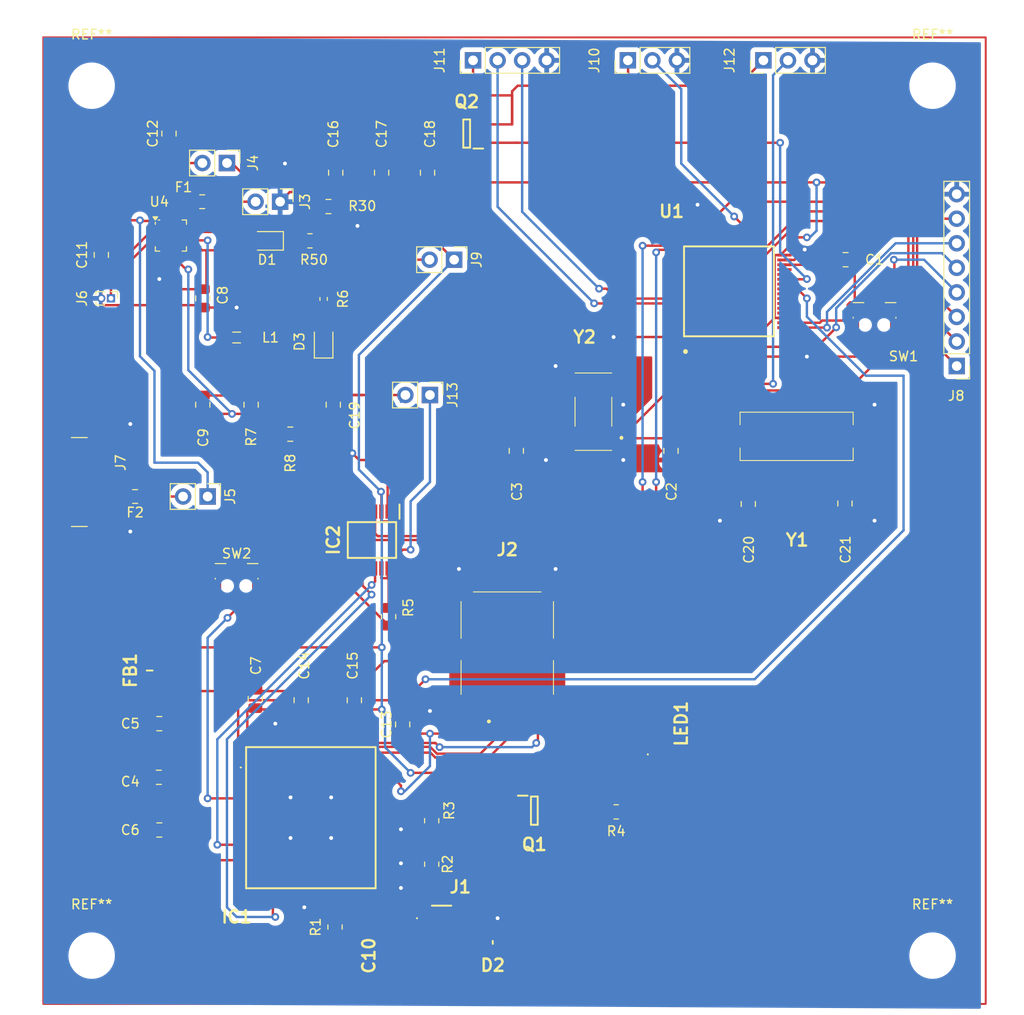
<source format=kicad_pcb>
(kicad_pcb (version 20240108) (generator "pcbnew") (generator_version "8.0")
  (layers (0 "F.Cu" signal) (31 "B.Cu" signal) (34 "B.Paste" user) (35 "F.Paste" user) (36 "B.SilkS" user "B.Silkscreen") (37 "F.SilkS" user "F.Silkscreen") (38 "B.Mask" user) (39 "F.Mask" user) (44 "Edge.Cuts" user))
  (net 0 "")
  (net 1 "Net-(U1-PB11)")
  (net 2 "GND")
  (net 3 "Net-(IC1-VDD_FEM_1)")
  (net 4 "Vout 3,8V")
  (net 5 "Net-(C10-Pad2)")
  (net 6 "Net-(D2-K2)")
  (net 7 "Net-(J5-Pin_1)")
  (net 8 "Net-(J4-Pin_2)")
  (net 9 "Net-(IC1-VSIM)")
  (net 10 "Net-(D1-K)")
  (net 11 "Net-(D1-A)")
  (net 12 "Net-(D3-A)")
  (net 21 "Net-(IC1-SIMIO)")
  (net 23 "Net-(IC1-STATUS)")
  (net 26 "Net-(IC1-RF_LTE)")
  (net 42 "Net-(IC1-SIMRST)")
  (net 56 "Net-(IC1-~{RESET})")
  (net 60 "Net-(IC1-SIMCLK)")
  (net 72 "Net-(J3-Pin_2)")
  (net 73 "Net-(J6-Pin_1)")
  (net 76 "SWDIO_DEBUG")
  (net 77 "SWCLK_DEBUG")
  (net 78 "NRST")
  (net 79 "SWO_DEBUG")
  (net 80 "Net-(J9-Pin_2)")
  (net 81 "Net-(LED1-K)")
  (net 83 "Net-(Q1-D)")
  (net 84 "Net-(Q1-G)")
  (net 85 "Net-(U4-PROG)")
  (net 86 "USART2_TX_DEBUG")
  (net 87 "USART2_RX_DEBUG")
  (net 88 "Vbuck 1,8V")
  (net 90 "Net-(U4-BUCK_FB)")
  (net 92 "Net-(U1-PC15-_OSC32_OUT_(PC15))")
  (net 99 "UART0_TX")
  (net 100 "/LTE/WAKEUP")
  (net 101 "UART0_RX")
  (net 102 "/LTE/UART TX")
  (net 104 "Net-(IC2-1~{OE})")
  (net 107 "/LTE/UART RX")
  (net 109 "/MCU/DI_LUX")
  (net 110 "Vsen 3,8V")
  (net 111 "/MCU/I2C1_SCK_BODEN")
  (net 112 "/MCU/I2C1_SDA_BODEN")
  (net 113 "/MCU/ADC_TEMP")
  (net 114 "Net-(U4-SW)")
  (net 115 "/MCU/DO_Sensor_ON")
  (net 116 "Net-(U1-PC14-OSC32_IN_(PC14))")
  (net 117 "Net-(U1-PH0-OSC_IN_(PH0))")
  (net 118 "Net-(U1-PH1-OSC_OUT_(PH1))")
  (net 155 "Net-(J13-Pin_2)")
  (net 156 "Net-(U4-BAT)")
  (net 157 "Net-(F2-Pad2)")
  (footprint "Bauteile:QFP50P1200X1200X160-64N" (layer "F.Cu") (at 123.938 81.275 90)
    (property "Reference" "U1")
    (property "Value" "STM32L053R8Hx" (hide yes))
  )
  (footprint "Capacitor_SMD:C_0805_2012Metric" (layer "F.Cu") (at 135.938 103.225 90)
    (property "Reference" "C21")
    (property "Value" "20pF")
  )
  (footprint "MountingHole:MountingHole_4.3mm_M4" (layer "F.Cu") (at 58 60)
    (property "Reference" "REF**")
    (property "Value" "MountingHole_4.3mm_M4")
  )
  (footprint "Capacitor_SMD:C_0805_2012Metric" (layer "F.Cu") (at 79.68 123.58 90)
    (property "Reference" "C14")
    (property "Value" "10uF")
  )
  (footprint "LED_SMD:LED_0805_2012Metric" (layer "F.Cu") (at 76.15 76.05 180)
    (property "Reference" "D1")
    (property "Value" "LED")
  )
  (footprint "Bauteile:ABS2532768KHZT" (layer "F.Cu") (at 110.463 93.725 90)
    (property "Reference" "Y2")
    (property "Value" "ABS25-32.768KHZ-6-T" (hide yes))
  )
  (footprint "Capacitor_SMD:C_0805_2012Metric" (layer "F.Cu") (at 125.938 103.275 90)
    (property "Reference" "C20")
    (property "Value" "20pF")
  )
  (footprint "Bauteile:DIONC1005X60N" (layer "F.Cu") (at 99.5 148.63 180)
    (property "Reference" "D2")
    (property "Value" "8231706A" (hide yes))
  )
  (footprint "Capacitor_SMD:C_0805_2012Metric" (layer "F.Cu") (at 59 77.5 -90)
    (property "Reference" "C11")
    (property "Value" "C10uF")
  )
  (footprint "Capacitor_SMD:C_0805_2012Metric" (layer "F.Cu") (at 136 78)
    (property "Reference" "C1")
    (property "Value" "4.7uF")
  )
  (footprint "Connector_PinHeader_2.54mm:PinHeader_1x02_P2.54mm_Vertical" (layer "F.Cu") (at 72 68 -90)
    (property "Reference" "J4")
    (property "Value" "~")
  )
  (footprint "Capacitor_SMD:C_0805_2012Metric" (layer "F.Cu") (at 64.95 131.55)
    (property "Reference" "C4")
    (property "Value" "100nF")
  )
  (footprint "LED_SMD:LED_0805_2012Metric" (layer "F.Cu") (at 82 86.4875 90)
    (property "Reference" "D3")
    (property "Value" "LED")
  )
  (footprint "Capacitor_SMD:C_0805_2012Metric" (layer "F.Cu") (at 74.5 93 -90)
    (property "Reference" "R7")
    (property "Value" "R590k")
  )
  (footprint "Fuse:Fuse_0805_2012Metric" (layer "F.Cu") (at 62.5 102.5 180)
    (property "Reference" "F2")
    (property "Value" "Fuse")
  )
  (footprint "Connector_PinHeader_2.54mm:PinHeader_1x02_P2.54mm_Vertical" (layer "F.Cu") (at 95.5 78 -90)
    (property "Reference" "J9")
    (property "Value" "~")
  )
  (footprint "Connector_PinHeader_2.54mm:PinHeader_1x02_P2.54mm_Vertical" (layer "F.Cu") (at 70 102.5 -90)
    (property "Reference" "J5")
    (property "Value" "~")
  )
  (footprint "Connector_PinHeader_2.54mm:PinHeader_1x02_P2.54mm_Vertical" (layer "F.Cu") (at 77.5 72 -90)
    (property "Reference" "J3")
    (property "Value" "~")
  )
  (footprint "Connector_PinHeader_2.54mm:PinHeader_1x08_P2.54mm_Vertical" (layer "F.Cu") (at 147.5 89 180)
    (property "Reference" "J8")
    (property "Value" "Conn_01x08_Pin")
  )
  (footprint "Bauteile:FOXSDLF08020" (layer "F.Cu") (at 130.938 96.275)
    (property "Reference" "Y1")
    (property "Value" "FOXSDLF_080-20" (hide yes))
  )
  (footprint "Connector_USB:USB_C_Receptacle_GCT_USB4135-GF-A_6P_TopMnt_Horizontal" (layer "F.Cu") (at 55.5 101 -90)
    (property "Reference" "J7")
    (property "Value" "USB_C_Receptacle_PowerOnly_6P")
  )
  (footprint "Button_Switch_SMD:SW_SPST_CK_KMS2xxGP" (layer "F.Cu") (at 139 84)
    (property "Reference" "SW1")
    (property "Value" "CK_KMS2xxG")
  )
  (footprint "Bauteile:Mosfed BSS138" (layer "F.Cu") (at 103.8 135)
    (property "Reference" "Q1")
    (property "Value" "BSS138" (hide yes))
  )
  (footprint "Connector_PinHeader_2.54mm:PinHeader_1x02_P2.54mm_Vertical" (layer "F.Cu") (at 93 92 -90)
    (property "Reference" "J13")
    (property "Value" "~")
  )
  (footprint "Resistor_SMD:R_0402_1005Metric" (layer "F.Cu") (at 82 82.06 -90)
    (property "Reference" "R6")
    (property "Value" "2.2k")
  )
  (footprint "Capacitor_SMD:C_0805_2012Metric" (layer "F.Cu") (at 65 137)
    (property "Reference" "C6")
    (property "Value" "10uF")
  )
  (footprint "Capacitor_SMD:C_0805_2012Metric" (layer "F.Cu") (at 65 126)
    (property "Reference" "C5")
    (property "Value" "10uF")
  )
  (footprint "Fuse:Fuse_0805_2012Metric" (layer "F.Cu") (at 69.4375 72 180)
    (property "Reference" "F1")
    (property "Value" "Fuse")
  )
  (footprint "MountingHole:MountingHole_4.3mm_M4" (layer "F.Cu") (at 145 150)
    (property "Reference" "REF**")
    (property "Value" "MountingHole_4.3mm_M4")
  )
  (footprint "MountingHole:MountingHole_4.3mm_M4" (layer "F.Cu") (at 145 60)
    (property "Reference" "REF**")
    (property "Value" "MountingHole_4.3mm_M4")
  )
  (footprint "Bauteile:LED Blue" (layer "F.Cu") (at 115.18 126.63 90)
    (property "Reference" "LED1")
    (property "Value" "LED Blue" (hide yes))
  )
  (footprint "Capacitor_SMD:C_0805_2012Metric" (layer "F.Cu") (at 69.5 93 -90)
    (property "Reference" "C9")
    (property "Value" "C10pF")
  )
  (footprint "Capacitor_SMD:C_0805_2012Metric" (layer "F.Cu") (at 117.938 97.775 90)
    (property "Reference" "C2")
    (property "Value" "4.3pF")
  )
  (footprint "Connector_PinHeader_2.54mm:PinHeader_1x04_P2.54mm_Vertical" (layer "F.Cu") (at 97.46 57.375 90)
    (property "Reference" "J11")
    (property "Value" "Conn_01x04_Pin")
  )
  (footprint "Bauteile:SOP65P640X120-16N" (layer "F.Cu") (at 87 107 -90)
    (property "Reference" "IC2")
    (property "Value" "SN74AVC4T245PWR" (hide yes))
  )
  (footprint "Capacitor_SMD:C_0805_2012Metric" (layer "F.Cu") (at 66 64.95 90)
    (property "Reference" "C12")
    (property "Value" "C10uF")
  )
  (footprint "Resistor_SMD:R_0805_2012Metric" (layer "F.Cu") (at 88.725 114.938 -90)
    (property "Reference" "R5")
    (property "Value" "100k")
  )
  (footprint "Connector_PinHeader_1.00mm:PinHeader_1x02_P1.00mm_Vertical" (layer "F.Cu") (at 60 82 -90)
    (property "Reference" "J6")
    (property "Value" "~")
  )
  (footprint "Resistor_SMD:R_0805_2012Metric" (layer "F.Cu") (at 80.5875 76.05)
    (property "Reference" "R50")
    (property "Value" "R91")
  )
  (footprint "Capacitor_SMD:C_0805_2012Metric" (layer "F.Cu") (at 83 93 -90)
    (property "Reference" "C19")
    (property "Value" "C10pF")
  )
  (footprint "Resistor_SMD:R_0805_2012Metric" (layer "F.Cu") (at 93.18 136.0425 90)
    (property "Reference" "R3")
    (property "Value" "100k")
  )
  (footprint "Capacitor_SMD:C_0805_2012Metric" (layer "F.Cu") (at 90.18 126.08 90)
    (property "Reference" "C13")
    (property "Value" "100nF")
  )
  (footprint "Capacitor_SMD:C_0805_2012Metric" (layer "F.Cu") (at 85.18 123.58 90)
    (property "Reference" "C15")
    (property "Value" "100nF")
  )
  (footprint "MountingHole:MountingHole_4.3mm_M4" (layer "F.Cu") (at 58 150)
    (property "Reference" "REF**")
    (property "Value" "MountingHole_4.3mm_M4")
  )
  (footprint "Connector_PinHeader_2.54mm:PinHeader_1x03_P2.54mm_Vertical" (layer "F.Cu") (at 113.475 57.375 90)
    (property "Reference" "J10")
    (property "Value" "Conn_01x03_Pin")
  )
  (footprint "Capacitor_SMD:C_0805_2012Metric" (layer "F.Cu") (at 83.25 69 90)
    (property "Reference" "C16")
    (property "Value" "10uF")
  )
  (footprint "Bauteile:Nano Sim" (layer "F.Cu") (at 101 119 180)
    (property "Reference" "J2")
    (property "Value" "Nano Sim" (hide yes))
  )
  (footprint "Bauteile:Mosfed BSS138" (layer "F.Cu") (at 96.8 64.95 180)
    (property "Reference" "Q2")
    (property "Value" "BSS138" (hide yes))
  )
  (footprint "Capacitor_SMD:C_0805_2012Metric" (layer "F.Cu") (at 82.5 72.5)
    (property "Reference" "R30")
    (property "Value" "R1.87k")
  )
  (footprint "Package_DFN_QFN:QFN-20-1EP_3x3mm_P0.4mm_EP1.65x1.65mm" (layer "F.Cu") (at 66.2 75.5)
    (property "Reference" "U4")
    (property "Value" "LTC3553")
  )
  (footprint "Bauteile:BEADC1608X100N" (layer "F.Cu") (at 64 120.5 -90)
    (property "Reference" "FB1")
    (property "Value" "742792625" (hide yes))
  )
  (footprint "Capacitor_SMD:C_0805_2012Metric" (layer "F.Cu") (at 69.5 82 -90)
    (property "Reference" "C8")
    (property "Value" "C2.2pF")
  )
  (footprint "Resistor_SMD:R_0805_2012Metric" (layer "F.Cu") (at 93.18 140.5425 -90)
    (property "Reference" "R2")
    (property "Value" "10k")
  )
  (footprint "Resistor_SMD:R_0805_2012Metric" (layer "F.Cu") (at 112.2675 135.13 180)
    (property "Reference" "R4")
    (property "Value" "2.2k")
  )
  (footprint "Bauteile:CAPC1005X55N" (layer "F.Cu") (at 86.68 146.63 -90)
    (property "Reference" "C10")
    (property "Value" "885012005061" (hide yes))
  )
  (footprint "Capacitor_SMD:C_0805_2012Metric" (layer "F.Cu") (at 101.938 97.775 90)
    (property "Reference" "C3")
    (property "Value" "4.3pF")
  )
  (footprint "Connector_PinHeader_2.54mm:PinHeader_1x03_P2.54mm_Vertical" (layer "F.Cu") (at 127.5 57.375 90)
    (property "Reference" "J12")
    (property "Value" "Conn_01x03_Pin")
  )
  (footprint "Button_Switch_SMD:SW_SPST_CK_KMS2xxGP" (layer "F.Cu") (at 73 111)
    (property "Reference" "SW2")
    (property "Value" "CK_KMS2xxG")
  )
  (footprint "Capacitor_SMD:C_0805_2012Metric" (layer "F.Cu") (at 92.75 69 90)
    (property "Reference" "C18")
    (property "Value" "100nF")
  )
  (footprint "Inductor_SMD:L_0805_2012Metric" (layer "F.Cu") (at 73 86.05 180)
    (property "Reference" "L1")
    (property "Value" "L10uH")
  )
  (footprint "Resistor_SMD:R_0805_2012Metric" (layer "F.Cu") (at 83.18 147.0425 90)
    (property "Reference" "R1")
    (property "Value" "0")
  )
  (footprint "Bauteile:2615011136000" (layer "F.Cu") (at 80.68 135.73)
    (property "Reference" "IC1")
    (property "Value" "2615011136000" (hide yes))
  )
  (footprint "Bauteile:Antennen Anschluss" (layer "F.Cu") (at 94.205 146.13)
    (property "Reference" "J1")
    (property "Value" "Antennen Anschluss" (hide yes))
  )
  (footprint "Capacitor_SMD:C_0805_2012Metric" (layer "F.Cu") (at 74.93 123.444 90)
    (property "Reference" "C7")
    (property "Value" "10uF")
  )
  (footprint "Capacitor_SMD:C_0805_2012Metric" (layer "F.Cu") (at 88 69 90)
    (property "Reference" "C17")
    (property "Value" "10uF")
  )
  (footprint "Capacitor_SMD:C_0805_2012Metric" (layer "F.Cu") (at 78.55 96.05)
    (property "Reference" "R8")
    (property "Value" "R464k")
  )
  (gr_rect (start 53 55) (end 150.5 155) (stroke (width 0.2)) (fill none) (layer "F.Cu") (net 2))
  (segment (start 134.525 78.525) (end 129.676 78.525) (width 0.25) (layer "F.Cu") (net 1))
  (segment (start 135.05 78) (end 134.525 78.525) (width 0.25) (layer "F.Cu") (net 1))
  (segment (start 129.676 78.025) (end 130.6902 78.025) (width 0.25) (layer "F.Cu") (net 2))
  (segment (start 79.9192 138.9083) (end 79.48 138.9083) (width 0.25) (layer "F.Cu") (net 2))
  (segment (start 78.28 140.83) (end 78.28 140.4691) (width 0.25) (layer "F.Cu") (net 2))
  (segment (start 105.67 123.4841) (end 105.1092 122.9233) (width 0.25) (layer "F.Cu") (net 2))
  (segment (start 95.68 146.13) (end 99.677517 146.13) (width 0.5) (layer "F.Cu") (net 2))
  (segment (start 117.1858 85.9988) (end 112 85.9988) (width 0.25) (layer "F.Cu") (net 2))
  (segment (start 64.7746 75.1246) (end 64.75 75.1) (width 0.2002) (layer "F.Cu") (net 2))
  (segment (start 76.03 130.93) (end 76.7517 130.93) (width 0.25) (layer "F.Cu") (net 2))
  (segment (start 73 82.95) (end 77.525 82.95) (width 0.25) (layer "F.Cu") (net 2))
  (segment (start 83.48 138.9083) (end 82.78 138.9083) (width 0.25) (layer "F.Cu") (net 2))
  (segment (start 87.2517 139.33) (end 87.2517 137.2742) (width 0.25) (layer "F.Cu") (net 2))
  (segment (start 93 124.6883) (end 90.6217 124.6883) (width 0.25) (layer "F.Cu") (net 2))
  (segment (start 96.535 112.63) (end 96.535 115.6555) (width 0.25) (layer "F.Cu") (net 2))
  (segment (start 81.5192 138.9083) (end 81.08 138.9083) (width 0.25) (layer "F.Cu") (net 2))
  (segment (start 136.2228 84.2956) (end 133.571 84.2956) (width 0.25) (layer "F.Cu") (net 2))
  (segment (start 78.58 137.83) (end 79.98 137.83) (width 0.25) (layer "F.Cu") (net 2))
  (segment (start 96.34 124.1) (end 96.34 122.9233) (width 0.25) (layer "F.Cu") (net 2))
  (segment (start 96.34 124.6883) (end 93 124.6883) (width 0.25) (layer "F.Cu") (net 2))
  (segment (start 99.997517 146.13) (end 100 146.127517) (width 0.25) (layer "F.Cu") (net 2))
  (segment (start 81.38 133.63) (end 82.78 133.63) (width 0.25) (layer "F.Cu") (net 2))
  (segment (start 81.5 76.05) (end 83.95 76.05) (width 0.25) (layer "F.Cu") (net 2))
  (segment (start 77.88 139.63) (end 77.88 138.9083) (width 0.25) (layer "F.Cu") (net 2))
  (segment (start 105.67 124.1) (end 105.67 123.4841) (width 0.25) (layer "F.Cu") (net 2))
  (segment (start 79.98 137.83) (end 81.38 137.83) (width 0.25) (layer "F.Cu") (net 2))
  (segment (start 135.8977 76.9477) (end 131.7691 76.9477) (width 0.25) (layer "F.Cu") (net 2))
  (segment (start 90.6217 124.6883) (end 90.18 125.13) (width 0.25) (layer "F.Cu") (net 2))
  (segment (start 86.35 139.51) (end 85.55 139.51) (width 0.25) (layer "F.Cu") (net 2))
  (segment (start 78.7192 140.1083) (end 78.28 140.1083) (width 0.25) (layer "F.Cu") (net 2))
  (segment (start 84.725 109.938) (end 84.725 108.9238) (width 0.25) (layer "F.Cu") (net 2))
  (segment (start 64.75 76.3) (end 65 76.55) (width 0.25) (layer "F.Cu") (net 2))
  (segment (start 74.18 122.63) (end 69.32 122.63) (width 0.25) (layer "F.Cu") (net 2))
  (segment (start 96.34 124.6883) (end 96.34 125.2767) (width 0.25) (layer "F.Cu") (net 2))
  (segment (start 79.98 135.03) (end 79.98 135.7083) (width 0.25) (layer "F.Cu") (net 2))
  (segment (start 105.67 118.35) (end 105.67 119.5267) (width 0.25) (layer "F.Cu") (net 2))
  (segment (start 86.53 137.11) (end 86.53 136.93) (width 0.25) (layer "F.Cu") (net 2))
  (segment (start 136.4643 82.4228) (end 136.2228 82.6643) (width 0.25) (layer "F.Cu") (net 2))
  (segment (start 78.68 139.2691) (end 78.68 138.9083) (width 0.25) (layer "F.Cu") (net 2))
  (segment (start 80.28 139.63) (end 80.28 139.2691) (width 0.25) (layer "F.Cu") (net 2))
  (segment (start 136.95 82.4228) (end 136.95 78) (width 0.25) (layer "F.Cu") (net 2))
  (segment (start 84.975 98.025) (end 85.675 98.725) (width 0.25) (layer "F.Cu") (net 2))
  (segment (start 77.48 140.83) (end 77.48 140.1083) (width 0.25) (layer "F.Cu") (net 2))
  (segment (start 83.48 140.1083) (end 83.88 140.1083) (width 0.25) (layer "F.Cu") (net 2))
  (segment (start 136.95 78) (end 135.8977 76.9477) (width 0.25) (layer "F.Cu") (net 2))
  (segment (start 54.8975 106.125) (end 58.4775 106.125) (width 0.25) (layer "F.Cu") (net 2))
  (segment (start 120.688 72.312) (end 120.688 75.537) (width 0.25) (layer "F.Cu") (net 2))
  (segment (start 65.95 137) (end 65.95 131.55) (width 0.25) (layer "F.Cu") (net 2))
  (segment (start 58.5325 106.125) (end 58.5325 103.75) (width 0.25) (layer "F.Cu") (net 2))
  (segment (start 78.58 132.9083) (end 77.8583 132.9083) (width 0.25) (layer "F.Cu") (net 2))
  (segment (start 136.2228 84.2956) (end 136.7272 84.8) (width 0.25) (layer "F.Cu") (net 2))
  (segment (start 102.6 136.5767) (end 100 139.1767) (width 0.25) (layer "F.Cu") (net 2))
  (segment (start 86.53 139.33) (end 86.35 139.51) (width 0.25) (layer "F.Cu") (net 2))
  (segment (start 78.58 133.63) (end 78.58 137.83) (width 0.25) (layer "F.Cu") (net 2))
  (segment (start 78.58 137.83) (end 78.58 138.8083) (width 0.25) (layer "F.Cu") (net 2))
  (segment (start 96.76 125.6967) (end 97.82 125.6967) (width 0.25) (layer "F.Cu") (net 2))
  (segment (start 137.5999 85.7303) (end 136.95 85.0804) (width 0.25) (layer "F.Cu") (net 2))
  (segment (start 65.4 76.3) (end 66.2 75.5) (width 0.25) (layer "F.Cu") (net 2))
  (segment (start 81.88 139.2691) (end 81.88 138.9083) (width 0.25) (layer "F.Cu") (net 2))
  (segment (start 64.0759 75.1246) (end 64.7254 75.1246) (width 0.2002) (layer "F.Cu") (net 2))
  (segment (start 75.6687 130.647) (end 75.5517 130.53) (width 0.25) (layer "F.Cu") (net 2))
  (segment (start 140.4038 86.7216) (end 139.0982 88.0272) (width 0.25) (layer "F.Cu") (net 2))
  (segment (start 105.67 123.4841) (end 105.67 122.9233) (width 0.25) (layer "F.Cu") (net 2))
  (segment (start 87.0875 137.11) (end 86.53 137.11) (width 0.25) (layer "F.Cu") (net 2))
  (segment (start 79.08 140.83) (end 79.08 140.4691) (width 0.25) (layer "F.Cu") (net 2))
  (segment (start 58.4775 98.195) (end 58.5325 98.25) (width 0.25) (layer "F.Cu") (net 2))
  (segment (start 102.6 135.95) (end 102.6 136.5767) (width 0.25) (layer "F.Cu") (net 2))
  (segment (start 82.3192 138.9083) (end 81.88 138.9083) (width 0.25) (layer "F.Cu") (net 2))
  (segment (start 79.48 139.63) (end 79.48 139.2691) (width 0.25) (layer "F.Cu") (net 2))
  (segment (start 72.8478 109.4228) (end 70.4643 109.4228) (width 0.25) (layer "F.Cu") (net 2))
  (segment (start 105.8332 122.7601) (end 105.8332 119.6899) (width 0.25) (layer "F.Cu") (net 2))
  (segment (start 84.6745 111.8) (end 88.725 115.8505) (width 0.25) (layer "F.Cu") (net 2))
  (segment (start 78.58 136.43) (end 79.98 136.43) (width 0.25) (layer "F.Cu") (net 2))
  (segment (start 79.5192 140.1083) (end 79.48 140.1083) (width 0.25) (layer "F.Cu") (net 2))
  (segment (start 117.1858 85.9988) (end 117.1858 84.525) (width 0.25) (layer "F.Cu") (net 2))
  (segment (start 96.34 118.35) (end 96.34 118.9383) (width 0.25) (layer "F.Cu") (net 2))
  (segment (start 81.38 135.03) (end 82.78 135.03) (width 0.25) (layer "F.Cu") (net 2))
  (segment (start 125.938 104.225) (end 135.888 104.225) (width 0.25) (layer "F.Cu") (net 2))
  (segment (start 88.625 98.725) (end 88.625 103.0478) (width 0.25) (layer "F.Cu") (net 2))
  (segment (start 125.688 85.9988) (end 117.1858 85.9988) (width 0.25) (layer "F.Cu") (net 2))
  (segment (start 96.34 119.5267) (end 88.2833 119.5267) (width 0.25) (layer "F.Cu") (net 2))
  (segment (start 67.45 64) (end 66 64) (width 0.25) (layer "F.Cu") (net 2))
  (segment (start 78.58 135.03) (end 79.98 135.03) (width 0.25) (layer "F.Cu") (net 2))
  (segment (start 69.32 122.63) (end 65.95 126) (width 0.25) (layer "F.Cu") (net 2))
  (segment (start 73.1628 109.4122) (end 73 109.575) (width 0.25) (layer "F.Cu") (net 2))
  (segment (start 70.4643 109.4228) (end 70.2228 109.6643) (width 0.25) (layer "F.Cu") (net 2))
  (segment (start 136.95 82.4228) (end 136.4643 82.4228) (width 0.25) (layer "F.Cu") (net 2))
  (segment (start 85.55 139.51) (end 85.33 139.73) (width 0.25) (layer "F.Cu") (net 2))
  (segment (start 81.08 139.2691) (end 81.08 138.9083) (width 0.25) (layer "F.Cu") (net 2))
  (segment (start 88.3714 140.4497) (end 87.2517 139.33) (width 0.25) (layer "F.Cu") (net 2))
  (segment (start 73 82.95) (end 69.5 82.95) (width 0.25) (layer "F.Cu") (net 2))
  (segment (start 62 95) (end 61.125 95.875) (width 0.25) (layer "F.Cu") (net 2))
  (segment (start 82.78 138.9083) (end 82.68 138.9083) (width 0.25) (layer "F.Cu") (net 2))
  (segment (start 125.938 104.225) (end 120.438 98.725) (width 0.25) (layer "F.Cu") (net 2))
  (segment (start 64.7254 75.1246) (end 64.75 75.1) (width 0.2002) (layer "F.Cu") (net 2))
  (segment (start 78 68.05) (end 76.55 68.05) (width 0.25) (layer "F.Cu") (net 2))
  (segment (start 79.48 140.1083) (end 79.08 140.1083) (width 0.25) (layer "F.Cu") (net 2))
  (segment (start 66.6835 106.125) (end 70.2228 109.6643) (width 0.25) (layer "F.Cu") (net 2))
  (segment (start 96.34 118.9383) (end 96.34 115.8505) (width 0.25) (layer "F.Cu") (net 2))
  (segment (start 58.4775 95.875) (end 58.4775 98.195) (width 0.25) (layer "F.Cu") (net 2))
  (segment (start 85.55 137.11) (end 85.33 137.33) (width 0.25) (layer "F.Cu") (net 2))
  (segment (start 80.28 139.2691) (end 80.28 138.9083) (width 0.25) (layer "F.Cu") (net 2))
  (segment (start 91.38 136.93) (end 93.18 135.13) (width 0.25) (layer "F.Cu") (net 2))
  (segment (start 79.1192 138.9083) (end 78.68 138.9083) (width 0.25) (layer "F.Cu") (net 2))
  (segment (start 96.34 124.3941) (end 96.34 124.1) (width 0.25) (layer "F.Cu") (net 2))
  (segment (start 88.2833 119.5267) (end 85.18 122.63) (width 0.25) (layer "F.Cu") (net 2))
  (segment (start 59 82) (end 59 82.7017) (width 0.25) (layer "F.Cu") (net 2))
  (segment (start 131.7675 76.9477) (end 130.6902 78.025) (width 0.25) (layer "F.Cu") (net 2))
  (segment (start 78.28 140.4691) (end 78.28 140.1083) (width 0.25) (layer "F.Cu") (net 2))
  (segment (start 78.68 139.63) (end 78.68 139.2691) (width 0.25) (layer "F.Cu") (net 2))
  (segment (start 100 139.1767) (end 100 145.807517) (width 0.25) (layer "F.Cu") (net 2))
  (segment (start 77.9192 140.1083) (end 77.48 140.1083) (width 0.25) (layer "F.Cu") (net 2))
  (segment (start 65.4 76.95) (end 65.4 77.6) (width 0.25) (layer "F.Cu") (net 2))
  (segment (start 85.18 122.63) (end 79.68 122.63) (width 0.25) (layer "F.Cu") (net 2))
  (segment (start 105.8332 119.6899) (end 105.67 119.5267) (width 0.25) (layer "F.Cu") (net 2))
  (segment (start 82.28 140.1083) (end 83.48 140.1083) (width 0.25) (layer "F.Cu") (net 2))
  (segment (start 81.08 139.63) (end 81.08 139.2691) (width 0.25) (layer "F.Cu") (net 2))
  (segment (start 82.68 139.2691) (end 82.3192 138.9083) (width 0.25) (layer "F.Cu") (net 2))
  (segment (start 58.5325 98.25) (end 58.496 98.25) (width 0.25) (layer "F.Cu") (net 2))
  (segment (start 105 98.725) (end 113 98.725) (width 0.25) (layer "F.Cu") (net 2))
  (segment (start 87.2517 137.2742) (end 87.0875 137.11) (width 0.25) (layer "F.Cu") (net 2))
  (segment (start 65 76.55) (end 65 78) (width 0.25) (layer "F.Cu") (net 2))
  (segment (start 68.95 65.5) (end 67.45 64) (width 0.25) (layer "F.Cu") (net 2))
  (segment (start 85.45 74.5) (end 85.5 74.5) (width 0.25) (layer "F.Cu") (net 2))
  (segment (start 100 146.127517) (end 100 148.63) (width 0.25) (layer "F.Cu") (net 2))
  (segment (start 77 129.677) (end 76.03 130.647) (width 0.25) (layer "F.Cu") (net 2))
  (segment (start 58.496 98.25) (end 57.2484 99.4976) (width 0.25) (layer "F.Cu") (net 2))
  (segment (start 141.05 85.0662) (end 140.3859 85.7303) (width 0.25) (layer "F.Cu") (net 2))
  (segment (start 96.535 115.6555) (end 96.34 115.8505) (width 0.25) (layer "F.Cu") (net 2))
  (segment (start 139 82.575) (end 138.8478 82.4228) (width 0.25) (layer "F.Cu") (net 2))
  (segment (start 105.67 122.9233) (end 105.8332 122.7601) (width 0.25) (layer "F.Cu") (net 2))
  (segment (start 80.68 133.63) (end 81.38 133.63) (width 0.25) (layer "F.Cu") (net 2))
  (segment (start 75.05 111.8) (end 84.6745 111.8) (width 0.25) (layer "F.Cu") (net 2))
  (segment (start 80.68 140.83) (end 80.68 140.1083) (width 0.25) (layer "F.Cu") (net 2))
  (segment (start 62 106.125) (end 58.5325 106.125) (width 0.25) (layer "F.Cu") (net 2))
  (segment (start 65.9 131.55) (end 65.95 131.55) (width 0.25) (layer "F.Cu") (net 2))
  (segment (start 88 68.05) (end 83.25 68.05) (width 0.25) (layer "F.Cu") (net 2))
  (segment (start 77 126) (end 77 129.677) (width 0.25) (layer "F.Cu") (net 2))
  (segment (start 57.2484 99.4976) (end 57.2484 102.5591) (width 0.25) (layer "F.Cu") (net 2))
  (segment (start 138.8478 82.4228) (end 136.95 82.4228) (width 0.25) (layer "F.Cu") (net 2))
  (segment (start 74.18 122.63) (end 79.68 122.63) (width 0.25) (layer "F.Cu") (net 2))
  (segment (start 79.5 96.05) (end 83 96.05) (width 0.25) (layer "F.Cu") (net 2))
  (segment (start 136.7272 84.8) (end 136.95 84.8) (width 0.25) (layer "F.Cu") (net 2))
  (segment (start 80.68 135.03) (end 81.38 135.03) (width 0.25) (layer "F.Cu") (net 2))
  (segment (start 77.0625 74.7) (end 80.15 74.7) (width 0.25) (layer "F.Cu") (net 2))
  (segment (start 133.3416 84.525) (end 129.676 84.525) (width 0.25) (layer "F.Cu") (net 2))
  (segment (start 84.593 142.2647) (end 83.88 141.5517) (width 0.25) (layer "F.Cu") (net 2))
  (segment (start 80.7192 138.9083) (end 80.28 138.9083) (width 0.25) (layer "F.Cu") (net 2))
  (segment (start 79.98 133.63) (end 80.68 133.63) (width 0.25) (layer "F.Cu") (net 2))
  (segment (start 83 96.05) (end 84.975 98.025) (width 0.25) (layer "F.Cu") (net 2))
  (segment (start 59 78.45) (end 60.7505 78.45) (width 0.25) (layer "F.Cu") (net 2))
  (segment (start 105.1092 122.9233) (end 96.34 122.9233) (width 0.25) (layer "F.Cu") (net 2))
  (segment (start 93.2522 115.8505) (end 88.725 115.8505) (width 0.25) (layer "F.Cu") (net 2))
  (segment (start 83.48 140.1083) (end 83.48 139.63) (width 0.25) (layer "F.Cu") (net 2))
  (segment (start 62 106.125) (end 66.6835 106.125) (width 0.25) (layer "F.Cu") (net 2))
  (segment (start 131.7691 76.9477) (end 131.7675 76.9477) (width 0.25) (layer "F.Cu") (net 2))
  (segment (start 135.888 104.225) (end 135.938 104.175) (width 0.25) (layer "F.Cu") (net 2))
  (segment (start 82.78 133.63) (end 82.78 137.83) (width 0.25) (layer "F.Cu") (net 2))
  (segment (start 79.88 140.4691) (end 79.5192 140.1083) (width 0.25) (layer "F.Cu") (net 2))
  (segment (start 78 68.05) (end 83.25 68.05) (width 0.25) (layer "F.Cu") (net 2))
  (segment (start 141.05 84.8) (end 141.05 85.0662) (width 0.25) (layer "F.Cu") (net 2))
  (segment (start 58.4393 103.75) (end 58.5325 103.75) (width 0.25) (layer "F.Cu") (net 2))
  (segment (start 78.58 138.8083) (end 78.68 138.9083) (width 0.25) (layer "F.Cu") (net 2))
  (segment (start 74 65.5) (end 68.95 65.5) (width 0.25) (layer "F.Cu") (net 2))
  (segment (start 81.08 139.2691) (end 80.7192 138.9083) (width 0.25) (layer "F.Cu") (net 2))
  (segment (start 118.2 84.525) (end 117.1858 84.525) (width 0.25) (layer "F.Cu") (net 2))
  (segment (start 84.725 104.062) (end 84.725 108.9238) (width 0.25) (layer "F.Cu") (net 2))
  (segment (start 57.2484 102.5591) (end 58.4393 103.75) (width 0.25) (layer "F.Cu") (net 2))
  (segment (start 69.2517 82.7017) (end 69.5 82.95) (width 0.25) (layer "F.Cu") (net 2))
  (segment (start 81.88 139.63) (end 81.88 139.2691) (width 0.25) (layer "F.Cu") (net 2))
  (segment (start 60.7505 78.45) (end 64.0759 75.1246) (width 0.25) (layer "F.Cu") (net 2))
  (segment (start 120.438 98.725) (end 117.938 98.725) (width 0.25) (layer "F.Cu") (net 2))
  (segment (start 78.3192 138.9083) (end 77.88 138.9083) (width 0.25) (layer "F.Cu") (net 2))
  (segment (start 80 145) (end 79.88 144.88) (width 0.25) (layer "F.Cu") (net 2))
  (segment (start 100 145.807517) (end 99.68 146.127517) (width 0.25) (layer "F.Cu") (net 2))
  (segment (start 140.3859 85.7303) (end 137.5999 85.7303) (width 0.25) (layer "F.Cu") (net 2))
  (segment (start 58.5325 106.125) (end 58.4775 106.125) (width 0.25) (layer "F.Cu") (net 2))
  (segment (start 78.68 139.2691) (end 78.3192 138.9083) (width 0.25) (layer "F.Cu") (net 2))
  (segment (start 125.688 86.6067) (end 125.688 87.013) (width 0.25) (layer "F.Cu") (net 2))
  (segment (start 85.675 98.725) (end 88.625 98.725) (width 0.25) (layer "F.Cu") (net 2))
  (segment (start 136.2228 82.6643) (end 136.2228 84.2956) (width 0.25) (layer "F.Cu") (net 2))
  (segment (start 76.03 130.647) (end 75.6687 130.647) (width 0.25) (layer "F.Cu") (net 2))
  (segment (start 96.535 112.63) (end 105.465 112.63) (width 0.25) (layer "F.Cu") (net 2))
  (segment (start 140.3859 85.7303) (end 140.4038 85.7482) (width 0.25) (layer "F.Cu") (net 2))
  (segment (start 81.38 137.83) (end 82.78 137.83) (width 0.25) (layer "F.Cu") (net 2))
  (segment (start 65.4241 75.1246) (end 65.8246 75.1246) (width 0.25) (layer "F.Cu") (net 2))
  (segment (start 78.58 133.63) (end 79.98 133.63) (width 0.25) (layer "F.Cu") (net 2))
  (segment (start 73 109.575) (end 72.8478 109.4228) (width 0.25) (layer "F.Cu") (net 2))
  (segment (start 105.67 119.5267) (end 96.34 119.5267) (width 0.25) (layer "F.Cu") (net 2))
  (segment (start 76.03 130.647) (end 76.03 130.93) (width 0.25) (layer "F.Cu") (net 2))
  (segment (start 78.58 133.63) (end 78.58 132.9083) (width 0.25) (layer "F.Cu") (net 2))
  (segment (start 65.4241 75.1246) (end 64.7746 75.1246) (width 0.2002) (layer "F.Cu") (net 2))
  (segment (start 77.5 72) (end 78.5 71) (width 0.25) (layer "F.Cu") (net 2))
  (segment (start 59 82) (end 59 78.45) (width 0.25) (layer "F.Cu") (net 2))
  (segment (start 79.98 135.03) (end 80.68 135.03) (width 0.25) (layer "F.Cu") (net 2))
  (segment (start 113 98.725) (end 117.938 98.725) (width 0.25) (layer "F.Cu") (net 2))
  (segment (start 80.28 139.2691) (end 79.9192 138.9083) (width 0.25) (layer "F.Cu") (net 2))
  (segment (start 79.48 139.2691) (end 79.48 138.9083) (width 0.25) (layer "F.Cu") (net 2))
  (segment (start 79.98 136.43) (end 81.38 136.43) (width 0.25) (layer "F.Cu") (net 2))
  (segment (start 70.2228 109.6643) (end 70.2228 111.0728) (width 0.25) (layer "F.Cu") (net 2))
  (segment (start 75.8488 111.0012) (end 75.05 111.8) (width 0.25) (layer "F.Cu") (net 2))
  (segment (start 79.48 139.2691) (end 79.1192 138.9083) (width 0.25) (layer "F.Cu") (net 2))
  (segment (start 76.3372 108.9238) (end 75.8488 109.4122) (width 0.25) (layer "F.Cu") (net 2))
  (segment (start 54.8975 95.875) (end 58.4775 95.875) (width 0.25) (layer "F.Cu") (net 2))
  (segment (start 82.68 139.63) (end 82.68 139.2691) (width 0.25) (layer "F.Cu") (net 2))
  (segment (start 59 82.7017) (end 69.2517 82.7017) (width 0.25) (layer "F.Cu") (net 2))
  (segment (start 79.88 140.83) (end 79.88 140.4691) (width 0.25) (layer "F.Cu") (net 2))
  (segment (start 97.82 124.77) (end 97.82 125.6967) (width 0.25) (layer "F.Cu") (net 2))
  (segment (start 75.8488 109.4122) (end 75.8488 111.0012) (width 0.25) (layer "F.Cu") (net 2))
  (segment (start 90 136.93) (end 91.38 136.93) (width 0.25) (layer "F.Cu") (net 2))
  (segment (start 74.83 130.53) (end 75.5517 130.53) (width 0.25) (layer "F.Cu") (net 2))
  (segment (start 92.75 68.05) (end 88 68.05) (width 0.25) (layer "F.Cu") (net 2))
  (segment (start 65.4 77.6) (end 65 78) (width 0.25) (layer "F.Cu") (net 2))
  (segment (start 70.2228 111.0728) (end 70.95 111.8) (width 0.25) (layer "F.Cu") (net 2))
  (segment (start 79.88 140.4691) (end 79.88 140.1083) (width 0.25) (layer "F.Cu") (net 2))
  (segment (start 79.08 140.4691) (end 79.08 140.1083) (width 0.25) (layer "F.Cu") (net 2))
  (segment (start 75.8488 109.4122) (end 73.1628 109.4122) (width 0.25) (layer "F.Cu") (net 2))
  (segment (start 79.98 133.63) (end 79.98 137.83) (width 0.25) (layer "F.Cu") (net 2))
  (segment (start 64.75 76.3) (end 65.4 76.3) (width 0.25) (layer "F.Cu") (net 2))
  (segment (start 125.688 87.013) (end 125.688 88.0272) (width 0.25) (layer "F.Cu") (net 2))
  (segment (start 79.98 136.43) (end 79.98 135.7083) (width 0.25) (layer "F.Cu") (net 2))
  (segment (start 133.571 84.2956) (end 133.3416 84.525) (width 0.25) (layer "F.Cu") (net 2))
  (segment (start 140.4038 85.7482) (end 140.4038 86.7216) (width 0.25) (layer "F.Cu") (net 2))
  (segment (start 96.34 115.8505) (end 93.2522 115.8505) (width 0.25) (layer "F.Cu") (net 2))
  (segment (start 136.95 85.0804) (end 136.95 84.8) (width 0.25) (layer "F.Cu") (net 2))
  (segment (start 89.2647 142.2647) (end 84.593 142.2647) (width 0.25) (layer "F.Cu") (net 2))
  (segment (start 80.15 74.7) (end 81.5 76.05) (width 0.25) (layer "F.Cu") (net 2))
  (segment (start 78.28 140.4691) (end 77.9192 140.1083) (width 0.25) (layer "F.Cu") (net 2))
  (segment (start 96.34 118.9383) (end 96.34 119.5267) (width 0.25) (layer "F.Cu") (net 2))
  (segment (start 83.48 139.63) (end 83.48 138.9083) (width 0.25) (layer "F.Cu") (net 2))
  (segment (start 79.08 140.4691) (end 78.7192 140.1083) (width 0.25) (layer "F.Cu") (net 2))
  (segment (start 61.125 95.875) (end 58.4775 95.875) (width 0.25) (layer "F.Cu") (net 2))
  (segment (start 82.28 140.83) (end 82.28 140.1083) (width 0.25) (layer "F.Cu") (net 2))
  (segment (start 84.725 108.9238) (end 76.3372 108.9238) (width 0.25) (layer "F.Cu") (net 2))
  (segment (start 81.95 71) (end 83.45 72.5) (width 0.25) (layer "F.Cu") (net 2))
  (segment (start 101.938 98.725) (end 105 98.725) (width 0.25) (layer "F.Cu") (net 2))
  (segment (start 81.88 139.2691) (end 81.5192 138.9083) (width 0.25) (layer "F.Cu") (net 2))
  (segment (start 76.7517 131.8017) (end 76.7517 130.93) (width 0.25) (layer "F.Cu") (net 2))
  (segment (start 96.34 124.3941) (end 96.34 124.6883) (width 0.25) (layer "F.Cu") (net 2))
  (segment (start 83 96.05) (end 83 93.95) (width 0.25) (layer "F.Cu") (net 2))
  (segment (start 76.55 68.05) (end 74 65.5) (width 0.25) (layer "F.Cu") (net 2))
  (segment (start 88.625 104.062) (end 88.625 103.0478) (width 0.25) (layer "F.Cu") (net 2))
  (segment (start 77.8583 132.9083) (end 76.7517 131.8017) (width 0.25) (layer "F.Cu") (net 2))
  (segment (start 83.88 140.83) (end 83.88 140.1083) (width 0.25) (layer "F.Cu") (net 2))
  (segment (start 65 78) (end 65 80) (width 0.25) (layer "F.Cu") (net 2))
  (segment (start 86.53 137.11) (end 85.55 137.11) (width 0.25) (layer "F.Cu") (net 2))
  (segment (start 125.688 86.6067) (end 125.688 85.9988) (width 0.25) (layer "F.Cu") (net 2))
  (segment (start 78.5 71) (end 81.95 71) (width 0.25) (layer "F.Cu") (net 2))
  (segment (start 86.53 136.93) (end 90 136.93) (width 0.25) (layer "F.Cu") (net 2))
  (segment (start 77.0625 74.7) (end 67.65 74.7) (width 0.25) (layer "F.Cu") (net 2))
  (segment (start 90 143) (end 89.2647 142.2647) (width 0.25) (layer "F.Cu") (net 2))
  (segment (start 81.38 136.43) (end 82.78 136.43) (width 0.25) (layer "F.Cu") (net 2))
  (segment (start 79.88 144.88) (end 79.88 140.83) (width 0.25) (layer "F.Cu") (net 2))
  (segment (start 139.0982 88.0272) (end 132 88.0272) (width 0.25) (layer "F.Cu") (net 2))
  (segment (start 132 88.0272) (end 125.688 88.0272) (width 0.25) (layer "F.Cu") (net 2))
  (segment (start 79.48 140.1083) (end 79.48 139.63) (width 0.25) (layer "F.Cu") (net 2))
  (segment (start 82.78 138.9083) (end 82.78 137.83) (width 0.25) (layer "F.Cu") (net 2))
  (segment (start 81.38 133.63) (end 81.38 137.83) (width 0.25) (layer "F.Cu") (net 2))
  (segment (start 83.88 141.5517) (end 83.88 140.83) (width 0.25) (layer "F.Cu") (net 2))
  (segment (start 96.34 125.2767) (end 96.76 125.6967) (width 0.25) (layer "F.Cu") (net 2))
  (segment (start 65.8246 75.1246) (end 66.2 75.5) (width 0.25) (layer "F.Cu") (net 2))
  (segment (start 65.95 131.55) (end 65.95 126) (width 0.25) (layer "F.Cu") (net 2))
  (segment (start 83.45 72.5) (end 85.45 74.5) (width 0.25) (layer "F.Cu") (net 2))
  (segment (start 82.68 139.2691) (end 82.68 138.9083) (width 0.25) (layer "F.Cu") (net 2))
  (segment (start 80.68 140.1083) (end 79.88 140.1083) (width 0.25) (layer "F.Cu") (net 2))
  (segment (start 86.53 139.33) (end 87.2517 139.33) (width 0.25) (layer "F.Cu") (net 2))
  (segment (start 90 140.4497) (end 88.3714 140.4497) (width 0.25) (layer "F.Cu") (net 2))
  (segment (start 83.95 76.05) (end 85.5 74.5) (width 0.25) (layer "F.Cu") (net 2))
  (segment (start 77.525 82.95) (end 82 87.425) (width 0.25) (layer "F.Cu") (net 2))
  (via (at 62 95) (size 0.8) (drill 0.4) (layers "F.Cu" "B.Cu") (net 2))
  (via (at 84.975 98.025) (size 0.8) (drill 0.4) (layers "F.Cu" "B.Cu") (net 2))
  (via (at 132 88.0272) (size 0.8) (drill 0.4) (layers "F.Cu" "B.Cu") (net 2))
  (via (at 78 68.05) (size 0.8) (drill 0.4) (layers "F.Cu" "B.Cu") (net 2))
  (via (at 139 105) (size 0.8) (drill 0.4) (layers "F.Cu" "B.Cu") (net 2))
  (via (at 96 110) (size 0.8) (drill 0.4) (layers "F.Cu" "B.Cu") (net 2))
  (via (at 106 89) (size 0.8) (drill 0.4) (layers "F.Cu" "B.Cu") (net 2))
  (via (at 78.58 137.83) (size 0.8) (drill 0.4) (layers "F.Cu" "B.Cu") (net 2))
  (via (at 73 82.95) (size 0.8) (drill 0.4) (layers "F.Cu" "B.Cu") (net 2))
  (via (at 82.78 137.83) (size 0.8) (drill 0.4) (layers "F.Cu" "B.Cu") (net 2))
  (via (at 106 110) (size 0.8) (drill 0.4) (layers "F.Cu" "B.Cu") (net 2))
  (via (at 93 124.6883) (size 0.8) (drill 0.4) (layers "F.Cu" "B.Cu") (net 2))
  (via (at 82.78 133.63) (size 0.8) (drill 0.4) (layers "F.Cu" "B.Cu") (net 2))
  (via (at 123 105) (size 0.8) (drill 0.4) (layers "F.Cu" "B.Cu") (net 2))
  (via (at 100 146.127517) (size 0.8) (drill 0.4) (layers "F.Cu" "B.Cu") (net 2))
  (via (at 112 85.9988) (size 0.8) (drill 0.4) (layers "F.Cu" "B.Cu") (net 2))
  (via (at 65 80) (size 0.8) (drill 0.4) (layers "F.Cu" "B.Cu") (net 2))
  (via (at 105 98.725) (size 0.8) (drill 0.4) (layers "F.Cu" "B.Cu") (net 2))
  (via (at 90 136.93) (size 0.8) (drill 0.4) (layers "F.Cu" "B.Cu") (net 2))
  (via (at 90 143) (size 0.8) (drill 0.4) (layers "F.Cu" "B.Cu") (net 2))
  (via (at 131.7691 76.9477) (size 0.8) (drill 0.4) (layers "F.Cu" "B.Cu") (net 2))
  (via (at 139 93) (size 0.8) (drill 0.4) (layers "F.Cu" "B.Cu") (net 2))
  (via (at 90 140.4497) (size 0.8) (drill 0.4) (layers "F.Cu" "B.Cu") (net 2))
  (via (at 77 126) (size 0.8) (drill 0.4) (layers "F.Cu" "B.Cu") (net 2))
  (via (at 120.688 72.312) (size 0.8) (drill 0.4) (layers "F.Cu" "B.Cu") (net 2))
  (via (at 113 98.725) (size 0.8) (drill 0.4) (layers "F.Cu" "B.Cu") (net 2))
  (via (at 113 93) (size 0.8) (drill 0.4) (layers "F.Cu" "B.Cu") (net 2))
  (via (at 78.58 133.63) (size 0.8) (drill 0.4) (layers "F.Cu" "B.Cu") (net 2))
  (via (at 62 106.125) (size 0.8) (drill 0.4) (layers "F.Cu" "B.Cu") (net 2))
  (via (at 80 145) (size 0.8) (drill 0.4) (layers "F.Cu" "B.Cu") (net 2))
  (via (at 85.5 74.5) (size 0.8) (drill 0.4) (layers "F.Cu" "B.Cu") (net 2))
  (segment (start 76.0875 72.4035) (end 76.0875 72.55) (width 0.25) (layer "B.Cu") (net 2))
  (segment (start 76.03 140.53) (end 75.4092 140.53) (width 0.25) (layer "F.Cu") (net 3))
  (segment (start 64.05 131.6) (end 64 131.55) (width 0.25) (layer "F.Cu") (net 3))
  (segment (start 64 121.3) (end 64.05 121.35) (width 0.25) (layer "F.Cu") (net 3))
  (segment (start 75.4092 140.53) (end 75.23 140.53) (width 0.25) (layer "F.Cu") (net 3))
  (segment (start 64 126.05) (end 64 131.55) (width 0.25) (layer "F.Cu") (net 3))
  (segment (start 64.05 126) (end 64 126.05) (width 0.25) (layer "F.Cu") (net 3))
  (segment (start 64.05 121.35) (end 64.05 126) (width 0.25) (layer "F.Cu") (net 3))
  (segment (start 74.83 140.93) (end 75.23 140.53) (width 0.25) (layer "F.Cu") (net 3))
  (segment (start 64.05 137) (end 64.05 131.6) (width 0.25) (layer "F.Cu") (net 3))
  (segment (start 67.18 140.13) (end 64.05 137) (width 0.25) (layer "F.Cu") (net 3))
  (segment (start 74.83 140.13) (end 67.18 140.13) (width 0.25) (layer "F.Cu") (net 3))
  (segment (start 75.23 140.53) (end 74.83 140.13) (width 0.25) (layer "F.Cu") (net 3))
  (segment (start 114.8153 125.13) (end 115.542 125.13) (width 0.25) (layer "F.Cu") (net 4))
  (segment (start 85.18 124.53) (end 88.0197 124.53) (width 0.25) (layer "F.Cu") (net 4))
  (segment (start 126.188 85.025) (end 126.188 87.013) (width 0.25) (layer "F.Cu") (net 4))
  (segment (start 127.6618 85.025) (end 128.6618 84.025) (width 0.25) (layer "F.Cu") (net 4))
  (segment (start 94.95 69.95) (end 92.75 69.95) (width 0.25) (layer "F.Cu") (net 4))
  (segment (start 91 131.0894) (end 108.8559 131.0894) (width 0.25) (layer "F.Cu") (net 4))
  (segment (start 95 70) (end 94.95 69.95) (width 0.25) (layer "F.Cu") (net 4))
  (segment (start 79.68 124.53) (end 85.18 124.53) (width 0.25) (layer "F.Cu") (net 4))
  (segment (start 74.83 131.33) (end 74.1083 131.33) (width 0.25) (layer "F.Cu") (net 4))
  (segment (start 64.715 118.11) (end 63.95 118.875) (width 0.25) (layer "F.Cu") (net 4))
  (segment (start 92 76) (end 86 76) (width 0.25) (layer "F.Cu") (net 4))
  (segment (start 87.9344 102) (end 87.975 102.0406) (width 0.25) (layer "F.Cu") (net 4))
  (segment (start 129.676 84.025) (end 128.6618 84.025) (width 0.25) (layer "F.Cu") (net 4))
  (segment (start 88 69.95) (end 83.25 69.95) (width 0.25) (layer "F.Cu") (net 4))
  (segment (start 144.26 73.76) (end 147.5 73.76) (width 0.25) (layer "F.Cu") (net 4))
  (segment (start 133 70) (end 140.5 70) (width 0.25) (layer "F.Cu") (net 4))
  (segment (start 129.1689 77.525) (end 129.254 77.525) (width 0.25) (layer "F.Cu") (net 4))
  (segment (start 68.3241 75.9246) (end 67.6746 75.9246) (width 0.2002) (layer "F.Cu") (net 4))
  (segment (start 87.975 102.0406) (end 87.975 104.062) (width 0.25) (layer "F.Cu") (net 4))
  (segment (start 129.676 77.525) (end 129.254 77.525) (width 0.25) (layer "F.Cu") (net 4))
  (segment (start 92.75 75.25) (end 92 76) (width 0.25) (layer "F.Cu") (net 4))
  (segment (start 72 68) (end 72.5 68) (width 0.25) (layer "F.Cu") (net 4))
  (segment (start 133 70) (end 95 70) (width 0.25) (layer "F.Cu") (net 4))
  (segment (start 88.0197 118.11) (end 64.715 118.11) (width 0.25) (layer "F.Cu") (net 4))
  (segment (start 140.5 70) (end 144.26 73.76) (width 0.25) (layer "F.Cu") (net 4))
  (segment (start 69.4272 77.0277) (end 68.3241 75.9246) (width 0.25) (layer "F.Cu") (net 4))
  (segment (start 92.75 69.95) (end 95.6 67.1) (width 0.25) (layer "F.Cu") (net 4))
  (segment (start 74.45 69.95) (end 83.25 69.95) (width 0.25) (layer "F.Cu") (net 4))
  (segment (start 131.092477 75.686523) (end 132 75.686523) (width 0.25) (layer "F.Cu") (net 4))
  (segment (start 118.2 85.025) (end 126.188 85.025) (width 0.25) (layer "F.Cu") (net 4))
  (segment (start 69.8778 80.6722) (end 69.5 81.05) (width 0.25) (layer "F.Cu") (net 4))
  (segment (start 86 76) (end 86 76.0277) (width 0.25) (layer "F.Cu") (net 4))
  (segment (start 76.03 131.73) (end 75.3083 131.73) (width 0.25) (layer "F.Cu") (net 4))
  (segment (start 75.23 131.73) (end 75.3083 131.73) (width 0.25) (layer "F.Cu") (net 4))
  (segment (start 72.5 68) (end 74.45 69.95) (width 0.25) (layer "F.Cu") (net 4))
  (segment (start 65.8 79.8) (end 67.05 81.05) (width 0.25) (layer "F.Cu") (net 4))
  (segment (start 92.75 69.95) (end 92.75 75.25) (width 0.25) (layer "F.Cu") (net 4))
  (segment (start 74.1083 131.33) (end 74.1083 124.6017) (width 0.25) (layer "F.Cu") (net 4))
  (segment (start 86 76.0277) (end 85 77.0277) (width 0.25) (layer "F.Cu") (net 4))
  (segment (start 95.6 67.1) (end 95.6 64.95) (width 0.25) (layer "F.Cu") (net 4))
  (segment (start 129.254 77.525) (end 131.092477 75.686523) (width 0.25) (layer "F.Cu") (net 4))
  (segment (start 85 77.0277) (end 69.8778 77.0277) (width 0.25) (layer "F.Cu") (net 4))
  (segment (start 129.1689 77.525) (end 128.6618 77.525) (width 0.25) (layer "F.Cu") (net 4))
  (segment (start 74.1083 124.6017) (end 74.18 124.53) (width 0.25) (layer "F.Cu") (net 4))
  (segment (start 87.975 104.5691) (end 87.975 105.0762) (width 0.25) (layer "F.Cu") (net 4))
  (segment (start 69.8778 77.0277) (end 69.8778 80.6722) (width 0.25) (layer "F.Cu") (net 4))
  (segment (start 92.75 69.95) (end 88 69.95) (width 0.25) (layer "F.Cu") (net 4))
  (segment (start 74.18 124.53) (end 79.68 124.53) (width 0.25) (layer "F.Cu") (net 4))
  (segment (start 74.83 132.13) (end 75.23 131.73) (width 0.25) (layer "F.Cu") (net 4))
  (segment (start 92.75 75.25) (end 95.5 78) (width 0.25) (layer "F.Cu") (net 4))
  (segment (start 63.95 118.875) (end 63.95 119.7) (width 0.25) (layer "F.Cu") (net 4))
  (segment (start 67.05 81.05) (end 69.5 81.05) (width 0.25) (layer "F.Cu") (net 4))
  (segment (start 65.8 76.95) (end 65.8 79.8) (width 0.25) (layer "F.Cu") (net 4))
  (segment (start 87.975 105.0762) (end 89.275 105.0762) (width 0.25) (layer "F.Cu") (net 4))
  (segment (start 69.8778 77.0277) (end 69.4272 77.0277) (width 0.25) (layer "F.Cu") (net 4))
  (segment (start 75.23 131.73) (end 74.83 131.33) (width 0.25) (layer "F.Cu") (net 4))
  (segment (start 108.8559 131.0894) (end 114.8153 125.13) (width 0.25) (layer "F.Cu") (net 4))
  (segment (start 126.188 85.025) (end 127.6618 85.025) (width 0.25) (layer "F.Cu") (net 4))
  (segment (start 128.6618 84.025) (end 128.6618 77.525) (width 0.25) (layer "F.Cu") (net 4))
  (segment (start 89.275 104.062) (end 89.275 105.0762) (width 0.25) (layer "F.Cu") (net 4))
  (segment (start 87.975 104.5691) (end 87.975 104.062) (width 0.25) (layer "F.Cu") (net 4))
  (segment (start 67.6746 75.9246) (end 67.65 75.9) (width 0.2002) (layer "F.Cu") (net 4))
  (via (at 132 75.686523) (size 0.8) (drill 0.4) (layers "F.Cu" "B.Cu") (net 4))
  (via (at 88.0197 124.53) (size 0.8) (drill 0.4) (layers "F.Cu" "B.Cu") (net 4))
  (via (at 88.0197 118.11) (size 0.8) (drill 0.4) (layers "F.Cu" "B.Cu") (net 4))
  (via (at 87.9344 102) (size 0.8) (drill 0.4) (layers "F.Cu" "B.Cu") (net 4))
  (via (at 91 131.0894) (size 0.8) (drill 0.4) (layers "F.Cu" "B.Cu") (net 4))
  (via (at 133 70) (size 0.8) (drill 0.4) (layers "F.Cu" "B.Cu") (net 4))
  (segment (start 85.65 87.85) (end 95.5 78) (width 0.25) (layer "B.Cu") (net 4))
  (segment (start 88.3551 124.8654) (end 88.0197 124.53) (width 0.25) (layer "B.Cu") (net 4))
  (segment (start 87.9344 102) (end 85.65 99.7156) (width 0.25) (layer "B.Cu") (net 4))
  (segment (start 133 70) (end 133 75) (width 0.25) (layer "B.Cu") (net 4))
  (segment (start 132.313477 75.686523) (end 132 75.686523) (width 0.25) (layer "B.Cu") (net 4))
  (segment (start 87.9344 102) (end 88.0197 102.0853) (width 0.25) (layer "B.Cu") (net 4))
  (segment (start 88.0197 118.11) (end 88.0197 124.53) (width 0.25) (layer "B.Cu") (net 4))
  (segment (start 85.65 99.7156) (end 85.65 87.85) (width 0.25) (layer "B.Cu") (net 4))
  (segment (start 88.3551 128.4445) (end 88.3551 124.8654) (width 0.25) (layer "B.Cu") (net 4))
  (segment (start 88.0197 102.0853) (end 88.0197 118.11) (width 0.25) (layer "B.Cu") (net 4))
  (segment (start 91 131.0894) (end 88.3551 128.4445) (width 0.25) (layer "B.Cu") (net 4))
  (segment (start 133 75) (end 132.313477 75.686523) (width 0.25) (layer "B.Cu") (net 4))
  (segment (start 83.225 148) (end 83.18 147.955) (width 0.25) (layer "F.Cu") (net 5))
  (segment (start 85.89 147.11) (end 85 148) (width 0.25) (layer "F.Cu") (net 5))
  (segment (start 85 148) (end 83.225 148) (width 0.25) (layer "F.Cu") (net 5))
  (segment (start 86.68 147.11) (end 85.89 147.11) (width 0.25) (layer "F.Cu") (net 5))
  (segment (start 91.9208 147.4129) (end 93.1379 148.63) (width 0.25) (layer "F.Cu") (net 6))
  (segment (start 87.2667 146.15) (end 91.9208 146.15) (width 0.25) (layer "F.Cu") (net 6))
  (segment (start 91.9283 146.13) (end 91.9283 146.1425) (width 0.25) (layer "F.Cu") (net 6))
  (segment (start 91.9283 146.1425) (end 91.9208 146.15) (width 0.25) (layer "F.Cu") (net 6))
  (segment (start 86.68 146.15) (end 87.2667 146.15) (width 0.25) (layer "F.Cu") (net 6))
  (segment (start 92.73 146.13) (end 91.9283 146.13) (width 0.25) (layer "F.Cu") (net 6))
  (segment (start 91.9208 146.15) (end 91.9208 147.4129) (width 0.25) (layer "F.Cu") (net 6))
  (segment (start 93.1379 148.63) (end 98.68 148.63) (width 0.25) (layer "F.Cu") (net 6))
  (segment (start 63 73.9214) (end 63.0688 73.9902) (width 0.25) (layer "F.Cu") (net 7))
  (segment (start 67.46 102.5) (end 63.4375 102.5) (width 0.25) (layer "F.Cu") (net 7))
  (segment (start 63 73.9214) (end 61.6286 73.9214) (width 0.25) (layer "F.Cu") (net 7))
  (segment (start 65.3682 74.05) (end 65.4 74.05) (width 0.2002) (layer "F.Cu") (net 7))
  (segment (start 63.0688 73.9902) (end 65.3084 73.9902) (width 0.25) (layer "F.Cu") (net 7))
  (segment (start 65.3084 73.9902) (end 65.3682 74.05) (width 0.2002) (layer "F.Cu") (net 7))
  (segment (start 61.6286 73.9214) (end 59 76.55) (width 0.25) (layer "F.Cu") (net 7))
  (via (at 63 73.9214) (size 0.8) (drill 0.4) (layers "F.Cu" "B.Cu") (net 7))
  (segment (start 64.5 99) (end 69 99) (width 0.25) (layer "B.Cu") (net 7))
  (segment (start 64.5 89.5) (end 64.5 99) (width 0.25) (layer "B.Cu") (net 7))
  (segment (start 70 100) (end 70 102.5) (width 0.25) (layer "B.Cu") (net 7))
  (segment (start 69 99) (end 70 100) (width 0.25) (layer "B.Cu") (net 7))
  (segment (start 63 88) (end 64.5 89.5) (width 0.25) (layer "B.Cu") (net 7))
  (segment (start 63 73.9214) (end 63 88) (width 0.25) (layer "B.Cu") (net 7))
  (segment (start 66.5 67.5) (end 66.5 66.4) (width 0.25) (layer "F.Cu") (net 8))
  (segment (start 66.5 73.0638) (end 66.2 73.3638) (width 0.25) (layer "F.Cu") (net 8))
  (segment (start 66.2 73.3638) (end 66.2 74.05) (width 0.25) (layer "F.Cu") (net 8))
  (segment (start 66.5 70) (end 66.5 67.5) (width 0.25) (layer "F.Cu") (net 8))
  (segment (start 69.46 68) (end 67 68) (width 0.25) (layer "F.Cu") (net 8))
  (segment (start 66.5 66.4) (end 66 65.9) (width 0.25) (layer "F.Cu") (net 8))
  (segment (start 67 68) (end 66.5 67.5) (width 0.25) (layer "F.Cu") (net 8))
  (segment (start 66.5 70) (end 66.5 73.0638) (width 0.25) (layer "F.Cu") (net 8))
  (segment (start 99.09 125.2333) (end 99.09 124.77) (width 0.25) (layer "F.Cu") (net 9))
  (segment (start 82.95 132.55) (end 84.01 132.55) (width 0.25) (layer "F.Cu") (net 9))
  (segment (start 82.68 132.28) (end 82.95 132.55) (width 0.25) (layer "F.Cu") (net 9))
  (segment (start 82.68 131.83) (end 82.68 132.28) (width 0.25) (layer "F.Cu") (net 9))
  (segment (start 97.7567 127.03) (end 93 127.03) (width 0.25) (layer "F.Cu") (net 9))
  (segment (start 87 129.4) (end 90 132.4) (width 0.25) (layer "F.Cu") (net 9))
  (segment (start 99.09 125.6967) (end 97.7567 127.03) (width 0.25) (layer "F.Cu") (net 9))
  (segment (start 93 127.03) (end 90.18 127.03) (width 0.25) (layer "F.Cu") (net 9))
  (segment (start 84.01 132.55) (end 84.41 132.15) (width 0.25) (layer "F.Cu") (net 9))
  (segment (start 84.41 132.15) (end 84.41 130.59) (width 0.25) (layer "F.Cu") (net 9))
  (segment (start 85.6 129.4) (end 87 129.4) (width 0.25) (layer "F.Cu") (net 9))
  (segment (start 90 132.4) (end 90 133) (width 0.25) (layer "F.Cu") (net 9))
  (segment (start 99.09 125.2333) (end 99.09 125.6967) (width 0.25) (layer "F.Cu") (net 9))
  (segment (start 84.41 130.59) (end 85.6 129.4) (width 0.25) (layer "F.Cu") (net 9))
  (via (at 90 133) (size 0.8) (drill 0.4) (layers "F.Cu" "B.Cu") (net 9))
  (via (at 93 127.03) (size 0.8) (drill 0.4) (layers "F.Cu" "B.Cu") (net 9))
  (segment (start 90 133) (end 90.395405 133) (width 0.25) (layer "B.Cu") (net 9))
  (segment (start 93 130.395405) (end 93 127.03) (width 0.25) (layer "B.Cu") (net 9))
  (segment (start 90.395405 133) (end 93 130.395405) (width 0.25) (layer "B.Cu") (net 9))
  (segment (start 79.675 76.05) (end 77.0875 76.05) (width 0.25) (layer "F.Cu") (net 10))
  (segment (start 68.2995 75.1) (end 67.65 75.1) (width 0.2002) (layer "F.Cu") (net 11))
  (segment (start 68.3241 75.1246) (end 68.2995 75.1) (width 0.2002) (layer "F.Cu") (net 11))
  (segment (start 75.2125 76.05) (end 74.2871 75.1246) (width 0.25) (layer "F.Cu") (net 11))
  (segment (start 74.2871 75.1246) (end 68.3241 75.1246) (width 0.25) (layer "F.Cu") (net 11))
  (segment (start 82 82.57) (end 82 85.55) (width 0.25) (layer "F.Cu") (net 12))
  (segment (start 104.17 127.83) (end 104.17 124.77) (width 0.25) (layer "F.Cu") (net 21))
  (segment (start 82.28 130.63) (end 82.28 129.72) (width 0.25) (layer "F.Cu") (net 21))
  (segment (start 82.28 129.72) (end 84 128) (width 0.25) (layer "F.Cu") (net 21))
  (segment (start 93.5701 128) (end 94 128.4299) (width 0.25) (layer "F.Cu") (net 21))
  (segment (start 84 128) (end 93.5701 128) (width 0.25) (layer "F.Cu") (net 21))
  (segment (start 104 128) (end 104.17 127.83) (width 0.25) (layer "F.Cu") (net 21))
  (via (at 104 128) (size 0.8) (drill 0.4) (layers "F.Cu" "B.Cu") (net 21))
  (via (at 94 128.4299) (size 0.8) (drill 0.4) (layers "F.Cu" "B.Cu") (net 21))
  (segment (start 94 128.4299) (end 103.5701 128.4299) (width 0.25) (layer "B.Cu") (net 21))
  (segment (start 103.5701 128.4299) (end 104 128) (width 0.25) (layer "B.Cu") (net 21))
  (segment (start 93.1733 141.4617) (end 93.18 141.455) (width 0.25) (layer "F.Cu") (net 23))
  (segment (start 85.33 134.93) (end 84.6083 134.93) (width 0.25) (layer "F.Cu") (net 23))
  (segment (start 84.6083 140.9491) (end 85.1209 141.4617) (width 0.25) (layer "F.Cu") (net 23))
  (segment (start 84.6083 134.93) (end 84.6083 140.9491) (width 0.25) (layer "F.Cu") (net 23))
  (segment (start 85.1209 141.4617) (end 93.1733 141.4617) (width 0.25) (layer "F.Cu") (net 23))
  (segment (start 81.48 140.83) (end 81.48 144.43) (width 0.25) (layer "F.Cu") (net 26))
  (segment (start 81.48 144.43) (end 83.18 146.13) (width 0.25) (layer "F.Cu") (net 26))
  (segment (start 83.08 129.9083) (end 83.08 130.63) (width 0.25) (layer "F.Cu") (net 42))
  (segment (start 98.2218 129.1049) (end 93.720405 129.1049) (width 0.25) (layer "F.Cu") (net 42))
  (segment (start 93.015505 128.4) (end 84.5883 128.4) (width 0.25) (layer "F.Cu") (net 42))
  (segment (start 101.63 125.6967) (end 98.2218 129.1049) (width 0.25) (layer "F.Cu") (net 42))
  (segment (start 101.63 124.77) (end 101.63 125.6967) (width 0.25) (layer "F.Cu") (net 42))
  (segment (start 93.720405 129.1049) (end 93.015505 128.4) (width 0.25) (layer "F.Cu") (net 42))
  (segment (start 84.5883 128.4) (end 83.08 129.9083) (width 0.25) (layer "F.Cu") (net 42))
  (segment (start 72.05315 115.05315) (end 73 114.1063) (width 0.25) (layer "F.Cu") (net 56))
  (segment (start 73 114.1063) (end 73 110.35) (width 0.25) (layer "F.Cu") (net 56))
  (segment (start 70 133.73) (end 74.83 133.73) (width 0.25) (layer "F.Cu") (net 56))
  (segment (start 73.15 110.2) (end 75.05 110.2) (width 0.25) (layer "F.Cu") (net 56))
  (segment (start 73.15 110.2) (end 70.95 110.2) (width 0.25) (layer "F.Cu") (net 56))
  (segment (start 73 110.35) (end 73.15 110.2) (width 0.25) (layer "F.Cu") (net 56))
  (via (at 72.05315 115.05315) (size 0.8) (drill 0.4) (layers "F.Cu" "B.Cu") (net 56))
  (via (at 70 133.73) (size 0.8) (drill 0.4) (layers "F.Cu" "B.Cu") (net 56))
  (segment (start 72.05315 115.05315) (end 70 117.1063) (width 0.25) (layer "B.Cu") (net 56))
  (segment (start 70 117.1063) (end 70 133.73) (width 0.25) (layer "B.Cu") (net 56))
  (segment (start 83.88 130.396993) (end 83.88 130.63) (width 0.25) (layer "F.Cu") (net 60))
  (segment (start 102.9 124.77) (end 102.9 125.6967) (width 0.25) (layer "F.Cu") (net 60))
  (segment (start 93.554719 129.5049) (end 93.049819 129) (width 0.25) (layer "F.Cu") (net 60))
  (segment (start 93.049819 129) (end 85.276993 129) (width 0.25) (layer "F.Cu") (net 60))
  (segment (start 102.9 125.6967) (end 99.0918 129.5049) (width 0.25) (layer "F.Cu") (net 60))
  (segment (start 85.276993 129) (end 83.88 130.396993) (width 0.25) (layer "F.Cu") (net 60))
  (segment (start 99.0918 129.5049) (end 93.554719 129.5049) (width 0.25) (layer "F.Cu") (net 60))
  (segment (start 74.96 72) (end 70.375 72) (width 0.25) (layer "F.Cu") (net 72))
  (segment (start 64.75 75.9) (end 64.2406 75.9) (width 0.25) (layer "F.Cu") (net 73))
  (segment (start 60 80.1406) (end 60 82) (width 0.25) (layer "F.Cu") (net 73))
  (segment (start 64.2406 75.9) (end 60 80.1406) (width 0.25) (layer "F.Cu") (net 73))
  (segment (start 141.565686 72) (end 143.4 73.834314) (width 0.25) (layer "F.Cu") (net 76))
  (segment (start 121.5637 74.5228) (end 124.0865 72) (width 0.25) (layer "F.Cu") (net 76))
  (segment (start 124.0865 72) (end 141.565686 72) (width 0.25) (layer "F.Cu") (net 76))
  (segment (start 121.188 75.537) (end 121.188 74.5228) (width 0.25) (layer "F.Cu") (net 76))
  (segment (start 143.4 79.82) (end 147.5 83.92) (width 0.25) (layer "F.Cu") (net 76))
  (segment (start 143.4 73.834314) (end 143.4 79.82) (width 0.25) (layer "F.Cu") (net 76))
  (segment (start 121.188 74.5228) (end 121.5637 74.5228) (width 0.25) (layer "F.Cu") (net 76))
  (segment (start 131.5038 73) (end 142 73) (width 0.25) (layer "F.Cu") (net 77))
  (segment (start 118.2 77.525) (end 126.9788 77.525) (width 0.25) (layer "F.Cu") (net 77))
  (segment (start 142 73) (end 143 74) (width 0.25) (layer "F.Cu") (net 77))
  (segment (start 126.9788 77.525) (end 131.5038 73) (width 0.25) (layer "F.Cu") (net 77))
  (segment (start 143 81.96) (end 147.5 86.46) (width 0.25) (layer "F.Cu") (net 77))
  (segment (start 143 74) (end 143 81.96) (width 0.25) (layer "F.Cu") (net 77))
  (segment (start 141.05 83.2) (end 141.7975 83.9475) (width 0.25) (layer "F.Cu") (net 78))
  (segment (start 136.95 83.2) (end 141.05 83.2) (width 0.25) (layer "F.Cu") (net 78))
  (segment (start 141.7975 85.9525) (end 136.2194 91.5306) (width 0.25) (layer "F.Cu") (net 78))
  (segment (start 141.7975 83.9475) (end 141.7975 85.9525) (width 0.25) (layer "F.Cu") (net 78))
  (segment (start 141.05 78.05) (end 141.05 83.2) (width 0.25) (layer "F.Cu") (net 78))
  (segment (start 136.2194 91.5306) (end 126.8212 91.5306) (width 0.25) (layer "F.Cu") (net 78))
  (segment (start 126.8212 91.5306) (end 123.188 87.8974) (width 0.25) (layer "F.Cu") (net 78))
  (segment (start 123.188 87.8974) (end 123.188 87.013) (width 0.25) (layer "F.Cu") (net 78))
  (segment (start 141 78) (end 141.05 78.05) (width 0.25) (layer "F.Cu") (net 78))
  (via (at 141 78) (size 0.8) (drill 0.4) (layers "F.Cu" "B.Cu") (net 78))
  (segment (start 144.12 78) (end 147.5 81.38) (width 0.25) (layer "B.Cu") (net 78))
  (segment (start 141 78) (end 144.12 78) (width 0.25) (layer "B.Cu") (net 78))
  (segment (start 142.5 84) (end 147.5 89) (width 0.25) (layer "F.Cu") (net 79))
  (segment (start 142.5 74.065686) (end 142.5 84) (width 0.25) (layer "F.Cu") (net 79))
  (segment (start 142.434314 74) (end 142.5 74.065686) (width 0.25) (layer "F.Cu") (net 79))
  (segment (start 131.2317 74) (end 142.434314 74) (width 0.25) (layer "F.Cu") (net 79))
  (segment (start 118.2 80.525) (end 124.7067 80.525) (width 0.25) (layer "F.Cu") (net 79))
  (segment (start 124.7067 80.525) (end 131.2317 74) (width 0.25) (layer "F.Cu") (net 79))
  (segment (start 82 81.55) (end 85.55 78) (width 0.25) (layer "F.Cu") (net 80))
  (segment (start 85.55 78) (end 92.96 78) (width 0.25) (layer "F.Cu") (net 80))
  (segment (start 113.18 135.13) (end 113.18 129.7653) (width 0.25) (layer "F.Cu") (net 81))
  (segment (start 113.18 129.7653) (end 114.8153 128.13) (width 0.25) (layer "F.Cu") (net 81))
  (segment (start 115.542 128.13) (end 114.8153 128.13) (width 0.25) (layer "F.Cu") (net 81))
  (segment (start 111.225 135) (end 111.355 135.13) (width 0.25) (layer "F.Cu") (net 83))
  (segment (start 105 135) (end 111.225 135) (width 0.25) (layer "F.Cu") (net 83))
  (segment (start 104 135) (end 105 135) (width 0) (layer "F.Cu") (net 83))
  (segment (start 100.3217 136.955) (end 102.6 134.6767) (width 0.25) (layer "F.Cu") (net 84))
  (segment (start 102.6 134.05) (end 102.6 134.6767) (width 0.25) (layer "F.Cu") (net 84))
  (segment (start 93.18 136.955) (end 100.3217 136.955) (width 0.25) (layer "F.Cu") (net 84))
  (segment (start 93.18 139.63) (end 93.18 136.955) (width 0.25) (layer "F.Cu") (net 84))
  (segment (start 80 74.05) (end 81.55 72.5) (width 0.25) (layer "F.Cu") (net 85))
  (segment (start 67 74.05) (end 80 74.05) (width 0.25) (layer "F.Cu") (net 85))
  (segment (start 134.7553 85.273838) (end 134.7553 85.304595) (width 0.25) (layer "F.Cu") (net 86))
  (segment (start 133.046895 87.013) (end 127.688 87.013) (width 0.25) (layer "F.Cu") (net 86))
  (segment (start 135.029952 84.999186) (end 134.7553 85.273838) (width 0.25) (layer "F.Cu") (net 86))
  (segment (start 134.7553 85.304595) (end 133.046895 87.013) (width 0.25) (layer "F.Cu") (net 86))
  (via (at 135.029952 84.999186) (size 0.8) (drill 0.4) (layers "F.Cu" "B.Cu") (net 86))
  (segment (start 140.720405 77.325) (end 145.985 77.325) (width 0.25) (layer "B.Cu") (net 86))
  (segment (start 145.985 77.325) (end 147.5 78.84) (width 0.25) (layer "B.Cu") (net 86))
  (segment (start 135.029952 83.015453) (end 140.720405 77.325) (width 0.25) (layer "B.Cu") (net 86))
  (segment (start 135.029952 84.999186) (end 135 84.969234) (width 0.25) (layer "B.Cu") (net 86))
  (segment (start 135.029952 84.999186) (end 135.029952 83.015453) (width 0.25) (layer "B.Cu") (net 86))
  (segment (start 129.676 85.025) (end 134.0803 85.025) (width 0.25) (layer "F.Cu") (net 87))
  (via (at 134.0803 85.025) (size 0.8) (drill 0.4) (layers "F.Cu" "B.Cu") (net 87))
  (segment (start 134.0803 83.399419) (end 134.0803 85.025) (width 0.25) (layer "B.Cu") (net 87))
  (segment (start 147.5 76.3) (end 141.179719 76.3) (width 0.25) (layer "B.Cu") (net 87))
  (segment (start 141.179719 76.3) (end 134.0803 83.399419) (width 0.25) (layer "B.Cu") (net 87))
  (segment (start 89.275 108.9238) (end 89.275 109.938) (width 0.25) (layer "F.Cu") (net 88))
  (segment (start 91 108) (end 90.1988 108) (width 0.25) (layer "F.Cu") (net 88))
  (segment (start 90.1988 108) (end 89.275 108.9238) (width 0.25) (layer "F.Cu") (net 88))
  (via (at 91 108) (size 0.8) (drill 0.4) (layers "F.Cu" "B.Cu") (net 88))
  (segment (start 91 103) (end 93 101) (width 0.25) (layer "B.Cu") (net 88))
  (segment (start 93 101) (end 93 92) (width 0.25) (layer "B.Cu") (net 88))
  (segment (start 91 108) (end 91 103) (width 0.25) (layer "B.Cu") (net 88))
  (segment (start 66.2 77.436006) (end 66.2 76.95) (width 0.25) (layer "F.Cu") (net 90))
  (segment (start 67.763994 79) (end 66.2 77.436006) (width 0.25) (layer "F.Cu") (net 90))
  (segment (start 74.5 93.95) (end 72.5227 93.95) (width 0.25) (layer "F.Cu") (net 90))
  (segment (start 68 79) (end 67.763994 79) (width 0.25) (layer "F.Cu") (net 90))
  (segment (start 76.6 96.05) (end 74.5 93.95) (width 0.25) (layer "F.Cu") (net 90))
  (segment (start 77.6 96.05) (end 76.6 96.05) (width 0.25) (layer "F.Cu") (net 90))
  (segment (start 72.5227 93.95) (end 69.5 93.95) (width 0.25) (layer "F.Cu") (net 90))
  (via (at 68 79) (size 0.8) (drill 0.4) (layers "F.Cu" "B.Cu") (net 90))
  (via (at 72.5227 93.95) (size 0.8) (drill 0.4) (layers "F.Cu" "B.Cu") (net 90))
  (segment (start 69.1837 90.610012) (end 69.1837 90.611) (width 0.25) (layer "B.Cu") (net 90))
  (segment (start 69.1837 90.611) (end 72.5227 93.95) (width 0.25) (layer "B.Cu") (net 90))
  (segment (start 68 89.426312) (end 69.1837 90.610012) (width 0.25) (layer "B.Cu") (net 90))
  (segment (start 68 79) (end 68 89.426312) (width 0.25) (layer "B.Cu") (net 90))
  (segment (start 117.588 96.475) (end 121.688 92.375) (width 0.25) (layer "F.Cu") (net 92))
  (segment (start 121.688 92.375) (end 121.688 87.013) (width 0.25) (layer "F.Cu") (net 92))
  (segment (start 117.588 96.475) (end 117.938 96.825) (width 0.25) (layer "F.Cu") (net 92))
  (segment (start 111.513 96.475) (end 117.588 96.475) (width 0.25) (layer "F.Cu") (net 92))
  (segment (start 87.325 111.2924) (end 87.325 109.938) (width 0.25) (layer "F.Cu") (net 99))
  (segment (start 86.9712 111.6462) (end 87.325 111.2924) (width 0.25) (layer "F.Cu") (net 99))
  (segment (start 74.83 138.53) (end 71 138.53) (width 0.25) (layer "F.Cu") (net 99))
  (via (at 86.9712 111.6462) (size 0.8) (drill 0.4) (layers "F.Cu" "B.Cu") (net 99))
  (via (at 71 138.53) (size 0.8) (drill 0.4) (layers "F.Cu" "B.Cu") (net 99))
  (segment (start 71 127.6174) (end 86.9712 111.6462) (width 0.25) (layer "B.Cu") (net 99))
  (segment (start 71 138.53) (end 71 127.6174) (width 0.25) (layer "B.Cu") (net 99))
  (segment (start 131.9986 82) (end 130.5236 80.525) (width 0.25) (layer "F.Cu") (net 100))
  (segment (start 92.5412 121.4082) (end 90.3694 123.58) (width 0.25) (layer "F.Cu") (net 100))
  (segment (start 132 82) (end 131.9986 82) (width 0.25) (layer "F.Cu") (net 100))
  (segment (start 90.3694 123.58) (end 73.6542 123.58) (width 0.25) (layer "F.Cu") (net 100))
  (segment (start 74.1083 132.93) (end 74.83 132.93) (width 0.25) (layer "F.Cu") (net 100))
  (segment (start 73.1544 131.9761) (end 74.1083 132.93) (width 0.25) (layer "F.Cu") (net 100))
  (segment (start 73.1544 124.0798) (end 73.1544 131.9761) (width 0.25) (layer "F.Cu") (net 100))
  (segment (start 130.5236 80.525) (end 129.676 80.525) (width 0.25) (layer "F.Cu") (net 100))
  (segment (start 73.6542 123.58) (end 73.1544 124.0798) (width 0.25) (layer "F.Cu") (net 100))
  (via (at 132 82) (size 0.8) (drill 0.4) (layers "F.Cu" "B.Cu") (net 100))
  (via (at 92.5412 121.4082) (size 0.8) (drill 0.4) (layers "F.Cu" "B.Cu") (net 100))
  (segment (start 138.100705 90) (end 142 90) (width 0.25) (layer "B.Cu") (net 100))
  (segment (start 142 90) (end 142 106) (width 0.25) (layer "B.Cu") (net 100))
  (segment (start 132 83.899295) (end 138.100705 90) (width 0.25) (layer "B.Cu") (net 100))
  (segment (start 132 82) (end 132 83.899295) (width 0.25) (layer "B.Cu") (net 100))
  (segment (start 142 106) (end 126.5918 121.4082) (width 0.25) (layer "B.Cu") (net 100))
  (segment (start 126.5918 121.4082) (end 92.5412 121.4082) (width 0.25) (layer "B.Cu") (net 100))
  (segment (start 76.75 139.2) (end 76.48 138.93) (width 0.25) (layer "F.Cu") (net 101))
  (segment (start 76.75 145.75) (end 76.75 139.2) (width 0.25) (layer "F.Cu") (net 101))
  (segment (start 77 146) (end 76.75 145.75) (width 0.25) (layer "F.Cu") (net 101))
  (segment (start 76.48 138.93) (end 76.03 138.93) (width 0.25) (layer "F.Cu") (net 101))
  (segment (start 86.9602 112.6475) (end 86.025 111.7123) (width 0.25) (layer "F.Cu") (net 101))
  (segment (start 86.025 111.7123) (end 86.025 109.938) (width 0.25) (layer "F.Cu") (net 101))
  (via (at 77 146) (size 0.8) (drill 0.4) (layers "F.Cu" "B.Cu") (net 101))
  (via (at 86.9602 112.6475) (size 0.8) (drill 0.4) (layers "F.Cu" "B.Cu") (net 101))
  (segment (start 72 145) (end 72 127.6077) (width 0.25) (layer "B.Cu") (net 101))
  (segment (start 73 146) (end 72 145) (width 0.25) (layer "B.Cu") (net 101))
  (segment (start 77 146) (end 73 146) (width 0.25) (layer "B.Cu") (net 101))
  (segment (start 72 127.6077) (end 86.9602 112.6475) (width 0.25) (layer "B.Cu") (net 101))
  (segment (start 122.8568 76.9795) (end 123.188 76.6483) (width 0.25) (layer "F.Cu") (net 102))
  (segment (start 116.403 77.2366) (end 116.6601 76.9795) (width 0.25) (layer "F.Cu") (net 102))
  (segment (start 86.025 106.025) (end 86.025 104.062) (width 0.25) (layer "F.Cu") (net 102))
  (segment (start 114.403 107) (end 87 107) (width 0.25) (layer "F.Cu") (net 102))
  (segment (start 123.188 76.6483) (end 123.188 75.537) (width 0.25) (layer "F.Cu") (net 102))
  (segment (start 87 107) (end 86.025 106.025) (width 0.25) (layer "F.Cu") (net 102))
  (segment (start 116.403 105) (end 116.403 101) (width 0.25) (layer "F.Cu") (net 102))
  (segment (start 116.403 105) (end 114.403 107) (width 0.25) (layer "F.Cu") (net 102))
  (segment (start 116.6601 76.9795) (end 122.8568 76.9795) (width 0.25) (layer "F.Cu") (net 102))
  (via (at 116.403 77.2366) (size 0.8) (drill 0.4) (layers "F.Cu" "B.Cu") (net 102))
  (via (at 116.403 101) (size 0.8) (drill 0.4) (layers "F.Cu" "B.Cu") (net 102))
  (segment (start 116.403 77.2366) (end 116.403 101) (width 0.25) (layer "B.Cu") (net 102))
  (segment (start 87.975 109.938) (end 87.975 110.9522) (width 0.25) (layer "F.Cu") (net 104))
  (segment (start 88.625 110.9522) (end 88.625 109.938) (width 0.25) (layer "F.Cu") (net 104))
  (segment (start 88.625 110.9522) (end 87.975 110.9522) (width 0.25) (layer "F.Cu") (net 104))
  (segment (start 88.725 114.0255) (end 88.725 111.0522) (width 0.25) (layer "F.Cu") (net 104))
  (segment (start 88.725 111.0522) (end 88.625 110.9522) (width 0.25) (layer "F.Cu") (net 104))
  (segment (start 122.688 76.5512) (end 115 76.5512) (width 0.25) (layer "F.Cu") (net 107))
  (segment (start 122.688 75.537) (end 122.688 76.5512) (width 0.25) (layer "F.Cu") (net 107))
  (segment (start 87.325 104.062) (end 87.325 106.325) (width 0.25) (layer "F.Cu") (net 107))
  (segment (start 113.4 106.6) (end 115 105) (width 0.25) (layer "F.Cu") (net 107))
  (segment (start 115 105) (end 115 101) (width 0.25) (layer "F.Cu") (net 107))
  (segment (start 87.325 106.325) (end 87.6 106.6) (width 0.25) (layer "F.Cu") (net 107))
  (segment (start 87.6 106.6) (end 113.4 106.6) (width 0.25) (layer "F.Cu") (net 107))
  (via (at 115 101) (size 0.8) (drill 0.4) (layers "F.Cu" "B.Cu") (net 107))
  (via (at 115 76.5512) (size 0.8) (drill 0.4) (layers "F.Cu" "B.Cu") (net 107))
  (segment (start 115 101) (end 115 76.5512) (width 0.25) (layer "B.Cu") (net 107))
  (segment (start 124.47425 73.52575) (end 125.188 74.2395) (width 0.25) (layer "F.Cu") (net 109))
  (segment (start 125.188 74.2395) (end 125.188 75.537) (width 0.25) (layer "F.Cu") (net 109))
  (via (at 124.47425 73.52575) (size 0.8) (drill 0.4) (layers "F.Cu" "B.Cu") (net 109))
  (segment (start 119 68.0515) (end 119 60.36) (width 0.25) (layer "B.Cu") (net 109))
  (segment (start 124.47425 73.52575) (end 119 68.0515) (width 0.25) (layer "B.Cu") (net 109))
  (segment (start 119 60.36) (end 116.015 57.375) (width 0.25) (layer "B.Cu") (net 109))
  (segment (start 127.5 57.375) (end 124.875 60) (width 0.25) (layer "F.Cu") (net 110))
  (segment (start 113.5 59) (end 113.5 57.4) (width 0.25) (layer "F.Cu") (net 110))
  (segment (start 124.875 60) (end 113.5 60) (width 0.25) (layer "F.Cu") (net 110))
  (segment (start 101.5 64) (end 101.5 61) (width 0.25) (layer "F.Cu") (net 110))
  (segment (start 97.875 61) (end 97.46 60.585) (width 0.25) (layer "F.Cu") (net 110))
  (segment (start 102.0767 60) (end 101.5 60.5767) (width 0.25) (layer "F.Cu") (net 110))
  (segment (start 101.5 61) (end 97.875 61) (width 0.25) (layer "F.Cu") (net 110))
  (segment (start 98 64) (end 101.5 64) (width 0.25) (layer "F.Cu") (net 110))
  (segment (start 113.5 60) (end 113.5 59) (width 0.25) (layer "F.Cu") (net 110))
  (segment (start 113.5 57.4) (end 113.475 57.375) (width 0.25) (layer "F.Cu") (net 110))
  (segment (start 113.5 60) (end 102.0767 60) (width 0.25) (layer "F.Cu") (net 110))
  (segment (start 97.46 60.585) (end 97.46 57.375) (width 0.25) (layer "F.Cu") (net 110))
  (segment (start 101.5 60.5767) (end 101.5 64) (width 0.25) (layer "F.Cu") (net 110))
  (segment (start 110.5 81) (end 111.2743 81) (width 0.25) (layer "F.Cu") (net 111))
  (segment (start 112.2993 82.025) (end 118.2 82.025) (width 0.25) (layer "F.Cu") (net 111))
  (segment (start 111.2743 81) (end 112.2993 82.025) (width 0.25) (layer "F.Cu") (net 111))
  (via (at 110.5 81) (size 0.8) (drill 0.4) (layers "F.Cu" "B.Cu") (net 111))
  (segment (start 110.5 81) (end 102.54 73.04) (width 0.25) (layer "B.Cu") (net 111))
  (segment (start 102.54 73.04) (end 102.54 57.375) (width 0.25) (layer "B.Cu") (net 111))
  (segment (start 110 82.525) (end 118.2 82.525) (width 0.25) (layer "F.Cu") (net 112))
  (segment (start 109.9875 82.5125) (end 110 82.525) (width 0.25) (layer "F.Cu") (net 112))
  (via (at 109.9875 82.5125) (size 0.8) (drill 0.4) (layers "F.Cu" "B.Cu") (net 112))
  (segment (start 109.9875 82.5125) (end 100 72.525) (width 0.25) (layer "B.Cu") (net 112))
  (segment (start 100 72.525) (end 100 57.375) (width 0.25) (layer "B.Cu") (net 112))
  (segment (start 127.5045 90.8437) (end 128.5 90.8437) (width 0.25) (layer "F.Cu") (net 113))
  (segment (start 124.688 88.0272) (end 127.5045 90.8437) (width 0.25) (layer "F.Cu") (net 113))
  (segment (start 124.688 87.013) (end 124.688 88.0272) (width 0.25) (layer "F.Cu") (net 113))
  (via (at 128.5 90.8437) (size 0.8) (drill 0.4) (layers "F.Cu" "B.Cu") (net 113))
  (segment (start 128.5 58.915) (end 130.04 57.375) (width 0.25) (layer "B.Cu") (net 113))
  (segment (start 128.5 90.8437) (end 128.5 58.915) (width 0.25) (layer "B.Cu") (net 113))
  (segment (start 69 76) (end 68.5246 75.5246) (width 0.25) (layer "F.Cu") (net 114))
  (segment (start 71.9375 86.05) (end 70.05 86.05) (width 0.25) (layer "F.Cu") (net 114))
  (segment (start 70.05 86.05) (end 70 86) (width 0.25) (layer "F.Cu") (net 114))
  (segment (start 70 76) (end 69 76) (width 0.25) (layer "F.Cu") (net 114))
  (segment (start 67.6746 75.5246) (end 67.65 75.5) (width 0.25) (layer "F.Cu") (net 114))
  (segment (start 68.5246 75.5246) (end 67.6746 75.5246) (width 0.25) (layer "F.Cu") (net 114))
  (via (at 70 86) (size 0.8) (drill 0.4) (layers "F.Cu" "B.Cu") (net 114))
  (via (at 70 76) (size 0.8) (drill 0.4) (layers "F.Cu" "B.Cu") (net 114))
  (segment (start 70 86) (end 70 76) (width 0.25) (layer "B.Cu") (net 114))
  (segment (start 101.9685 65.9) (end 98 65.9) (width 0.25) (layer "F.Cu") (net 115))
  (segment (start 129.2319 65.8976) (end 101.9709 65.8976) (width 0.25) (layer "F.Cu") (net 115))
  (segment (start 132 80) (end 131.975 80.025) (width 0.25) (layer "F.Cu") (net 115))
  (segment (start 101.9709 65.8976) (end 101.95 65.8767) (width 0.25) (layer "F.Cu") (net 115))
  (segment (start 131.975 80.025) (end 129.676 80.025) (width 0.25) (layer "F.Cu") (net 115))
  (segment (start 101.9709 65.8976) (end 101.9685 65.9) (width 0.25) (layer "F.Cu") (net 115))
  (via (at 129.2319 65.8976) (size 0.8) (drill 0.4) (layers "F.Cu" "B.Cu") (net 115))
  (via (at 132 80) (size 0.8) (drill 0.4) (layers "F.Cu" "B.Cu") (net 115))
  (segment (start 129.2319 77.2319) (end 129.2319 65.8976) (width 0.25) (layer "B.Cu") (net 115))
  (segment (start 132 80) (end 129.2319 77.2319) (width 0.25) (layer "B.Cu") (net 115))
  (segment (start 108.313 96.475) (end 108.313 95.5483) (width 0.25) (layer "F.Cu") (net 116))
  (segment (start 113.6669 95.5483) (end 121.188 88.0272) (width 0.25) (layer "F.Cu") (net 116))
  (segment (start 102.288 96.475) (end 108.313 96.475) (width 0.25) (layer "F.Cu") (net 116))
  (segment (start 108.313 95.5483) (end 113.6669 95.5483) (width 0.25) (layer "F.Cu") (net 116))
  (segment (start 101.938 96.825) (end 102.288 96.475) (width 0.25) (layer "F.Cu") (net 116))
  (segment (start 121.188 87.013) (end 121.188 88.0272) (width 0.25) (layer "F.Cu") (net 116))
  (segment (start 122.188 92.8838) (end 122.188 87.013) (width 0.25) (layer "F.Cu") (net 117))
  (segment (start 126.188 96.275) (end 126.188 96.8838) (width 0.25) (layer "F.Cu") (net 117))
  (segment (start 126.188 96.9133) (end 126.188 97.5517) (width 0.25) (layer "F.Cu") (net 117))
  (segment (start 125.938 97.8017) (end 125.938 102.325) (width 0.25) (layer "F.Cu") (net 117))
  (segment (start 126.188 96.8838) (end 122.188 92.8838) (width 0.25) (layer "F.Cu") (net 117))
  (segment (start 126.188 97.5517) (end 125.938 97.8017) (width 0.25) (layer "F.Cu") (net 117))
  (segment (start 126.188 96.9133) (end 126.188 96.8838) (width 0.25) (layer "F.Cu") (net 117))
  (segment (start 122.688 87.013) (end 122.688 88.0272) (width 0.25) (layer "F.Cu") (net 118))
  (segment (start 135.688 97.5517) (end 135.938 97.8017) (width 0.25) (layer "F.Cu") (net 118))
  (segment (start 135.938 97.8017) (end 135.938 102.275) (width 0.25) (layer "F.Cu") (net 118))
  (segment (start 135.688 96.275) (end 135.688 96.9133) (width 0.25) (layer "F.Cu") (net 118))
  (segment (start 135.688 96.9133) (end 135.688 97.5517) (width 0.25) (layer "F.Cu") (net 118))
  (segment (start 131.5741 96.9133) (end 135.688 96.9133) (width 0.25) (layer "F.Cu") (net 118))
  (segment (start 122.688 88.0272) (end 131.5741 96.9133) (width 0.25) (layer "F.Cu") (net 118))
  (segment (start 86.025 92) (end 74.55 92) (width 0.25) (layer "F.Cu") (net 155))
  (segment (start 73.625 92.05) (end 74.0625 91.6125) (width 0.25) (layer "F.Cu") (net 155))
  (segment (start 86.025 92) (end 83.05 92) (width 0.25) (layer "F.Cu") (net 155))
  (segment (start 74.0625 91.6125) (end 74.5 92.05) (width 0.25) (layer "F.Cu") (net 155))
  (segment (start 69.5 92.05) (end 73.625 92.05) (width 0.25) (layer "F.Cu") (net 155))
  (segment (start 74.55 92) (end 74.5 92.05) (width 0.25) (layer "F.Cu") (net 155))
  (segment (start 74.0625 86.05) (end 74.0625 91.6125) (width 0.25) (layer "F.Cu") (net 155))
  (segment (start 86.025 92) (end 90.46 92) (width 0.25) (layer "F.Cu") (net 155))
  (segment (start 83.05 92) (end 83 92.05) (width 0.25) (layer "F.Cu") (net 155))
  (segment (start 90 92.7017) (end 90 92) (width 0.25) (layer "B.Cu") (net 155))
  (segment (start 68 72.5) (end 67.6497 72.5) (width 0.25) (layer "F.Cu") (net 156))
  (segment (start 66.6124 73.8355) (end 66.6124 74.0376) (width 0.2002) (layer "F.Cu") (net 156))
  (segment (start 66.6124 73.8355) (end 66.6124 73.5373) (width 0.25) (layer "F.Cu") (net 156))
  (segment (start 66.6124 73.5373) (end 67.6497 72.5) (width 0.25) (layer "F.Cu") (net 156))
  (segment (start 68.5 72) (end 68 72.5) (width 0.25) (layer "F.Cu") (net 156))
  (segment (start 66.6124 74.0376) (end 66.6 74.05) (width 0.2002) (layer "F.Cu") (net 156))
  (segment (start 57.6501 101.9259) (end 58.2442 102.52) (width 0.25) (layer "F.Cu") (net 157))
  (segment (start 61.5625 102.5) (end 58.5525 102.5) (width 0.25) (layer "F.Cu") (net 157))
  (segment (start 58.5525 102.5) (end 58.5325 102.52) (width 0.25) (layer "F.Cu") (net 157))
  (segment (start 58.2705 99.48) (end 57.6501 100.1004) (width 0.25) (layer "F.Cu") (net 157))
  (segment (start 57.6501 100.1004) (end 57.6501 101.9259) (width 0.25) (layer "F.Cu") (net 157))
  (segment (start 58.2442 102.52) (end 58.5325 102.52) (width 0.25) (layer "F.Cu") (net 157))
  (segment (start 58.5325 99.48) (end 58.2705 99.48) (width 0.25) (layer "F.Cu") (net 157))
  (zone (net 2) (net_name "GND") (layer "F.Cu") (priority 1) (connect_pads (clearance 0.5)) (min_thickness 0.25) (fill yes (thermal_gap 0.5) (thermal_bridge_width 0.5))
    (polygon (pts (xy 122 92) (xy 140 92) (xy 140 106) (xy 122 106)))
  )
  (zone (net 2) (net_name "GND") (layer "F.Cu") (priority 4) (connect_pads (clearance 0.5)) (min_thickness 0.25) (fill yes (thermal_gap 0.5) (thermal_bridge_width 0.5))
    (polygon (pts (xy 95 109) (xy 95 127) (xy 107 127) (xy 107 109)))
  )
  (zone (net 2) (net_name "GND") (layer "F.Cu") (priority 2) (connect_pads (clearance 0.5)) (min_thickness 0.25) (fill yes (thermal_gap 0.5) (thermal_bridge_width 0.5))
    (polygon (pts (xy 116 88) (xy 116 95) (xy 120 95) (xy 120 100) (xy 99 100) (xy 99 95) (xy 105 95) (xy 105 88)))
  )
  (zone (net 2) (net_name "GND") (layer "B.Cu") (connect_pads (clearance 0.5)) (min_thickness 0.25) (fill yes (thermal_gap 0.5) (thermal_bridge_width 0.5))
    (polygon (pts (xy 53 55) (xy 150 55.5) (xy 150 155.5) (xy 53 155)))
  )
)
</source>
